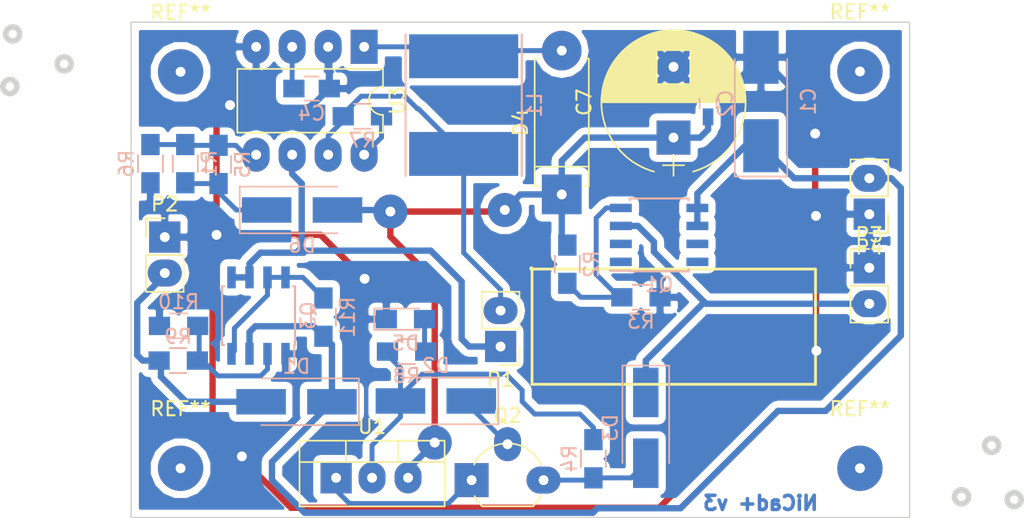
<source format=kicad_pcb>
(kicad_pcb (version 4) (host pcbnew 4.0.4-stable)

  (general
    (links 58)
    (no_connects 0)
    (area 75.139957 81.4144 142.296743 120.3864)
    (thickness 1.6)
    (drawings 17)
    (tracks 232)
    (zones 0)
    (modules 35)
    (nets 21)
  )

  (page A4)
  (layers
    (0 F.Cu signal)
    (31 B.Cu signal)
    (32 B.Adhes user)
    (33 F.Adhes user)
    (34 B.Paste user)
    (35 F.Paste user)
    (36 B.SilkS user)
    (37 F.SilkS user)
    (38 B.Mask user)
    (39 F.Mask user)
    (40 Dwgs.User user)
    (41 Cmts.User user)
    (42 Eco1.User user)
    (43 Eco2.User user)
    (44 Edge.Cuts user)
    (45 Margin user)
    (46 B.CrtYd user)
    (47 F.CrtYd user)
    (48 B.Fab user hide)
    (49 F.Fab user hide)
  )

  (setup
    (last_trace_width 0.35)
    (trace_clearance 0.2)
    (zone_clearance 0.5)
    (zone_45_only no)
    (trace_min 0.2)
    (segment_width 0.2)
    (edge_width 0.1)
    (via_size 2.4)
    (via_drill 0.7)
    (via_min_size 0.4)
    (via_min_drill 0.3)
    (uvia_size 0.3)
    (uvia_drill 0.1)
    (uvias_allowed no)
    (uvia_min_size 0.2)
    (uvia_min_drill 0.1)
    (pcb_text_width 0.3)
    (pcb_text_size 1.5 1.5)
    (mod_edge_width 0.15)
    (mod_text_size 1 1)
    (mod_text_width 0.15)
    (pad_size 2.4 1.9)
    (pad_drill 0.7)
    (pad_to_mask_clearance 0)
    (aux_axis_origin 0 0)
    (visible_elements 7FFCFFFF)
    (pcbplotparams
      (layerselection 0x00030_80000001)
      (usegerberextensions false)
      (excludeedgelayer true)
      (linewidth 0.050000)
      (plotframeref false)
      (viasonmask false)
      (mode 1)
      (useauxorigin false)
      (hpglpennumber 1)
      (hpglpenspeed 20)
      (hpglpendiameter 15)
      (hpglpenoverlay 2)
      (psnegative false)
      (psa4output false)
      (plotreference true)
      (plotvalue true)
      (plotinvisibletext false)
      (padsonsilk false)
      (subtractmaskfromsilk false)
      (outputformat 1)
      (mirror false)
      (drillshape 1)
      (scaleselection 1)
      (outputdirectory svg/))
  )

  (net 0 "")
  (net 1 /VOUT)
  (net 2 Earth)
  (net 3 /BOOST_OUT)
  (net 4 "Net-(C4-Pad1)")
  (net 5 /VCHARGE)
  (net 6 "Net-(D2-Pad1)")
  (net 7 "Net-(D2-Pad2)")
  (net 8 /VBAT)
  (net 9 "Net-(D3-Pad2)")
  (net 10 "Net-(D4-Pad2)")
  (net 11 "Net-(D5-Pad2)")
  (net 12 "Net-(D6-Pad1)")
  (net 13 "Net-(L1-Pad1)")
  (net 14 /BOOST_IN)
  (net 15 "Net-(Q1-Pad4)")
  (net 16 "Net-(Q2-Pad1)")
  (net 17 "Net-(Q3-Pad2)")
  (net 18 "Net-(Q3-Pad4)")
  (net 19 "Net-(R1-Pad2)")
  (net 20 "Net-(R7-Pad2)")

  (net_class Default "This is the default net class."
    (clearance 0.2)
    (trace_width 0.35)
    (via_dia 2.4)
    (via_drill 0.7)
    (uvia_dia 0.3)
    (uvia_drill 0.1)
    (add_net "Net-(C4-Pad1)")
    (add_net "Net-(D2-Pad1)")
    (add_net "Net-(D2-Pad2)")
    (add_net "Net-(D3-Pad2)")
    (add_net "Net-(D4-Pad2)")
    (add_net "Net-(D5-Pad2)")
    (add_net "Net-(D6-Pad1)")
    (add_net "Net-(L1-Pad1)")
    (add_net "Net-(Q1-Pad4)")
    (add_net "Net-(Q2-Pad1)")
    (add_net "Net-(Q3-Pad2)")
    (add_net "Net-(Q3-Pad4)")
    (add_net "Net-(R1-Pad2)")
    (add_net "Net-(R7-Pad2)")
  )

  (net_class PWR ""
    (clearance 0.25)
    (trace_width 0.45)
    (via_dia 2.4)
    (via_drill 0.7)
    (uvia_dia 0.3)
    (uvia_drill 0.1)
    (add_net /BOOST_IN)
    (add_net /BOOST_OUT)
    (add_net /VBAT)
    (add_net /VCHARGE)
    (add_net /VOUT)
    (add_net Earth)
  )

  (module Capacitors_Tantalum_SMD:CP_Tantalum_Case-U_EIA-6032-15_Hand (layer B.Cu) (tedit 58CC8C08) (tstamp 5A5D1486)
    (at 125.7046 88.7603 90)
    (descr "Tantalum capacitor, Case U, EIA 6032-15, 6.0x3.2x1.5mm, Hand soldering footprint")
    (tags "capacitor tantalum smd")
    (path /5A398985)
    (attr smd)
    (fp_text reference C1 (at 0 3.35 90) (layer B.SilkS)
      (effects (font (size 1 1) (thickness 0.15)) (justify mirror))
    )
    (fp_text value 100uF (at 0 -3.35 90) (layer B.Fab)
      (effects (font (size 1 1) (thickness 0.15)) (justify mirror))
    )
    (fp_text user %R (at 0 0 90) (layer B.Fab)
      (effects (font (size 1 1) (thickness 0.15)) (justify mirror))
    )
    (fp_line (start -5.4 2) (end -5.4 -2) (layer B.CrtYd) (width 0.05))
    (fp_line (start -5.4 -2) (end 5.4 -2) (layer B.CrtYd) (width 0.05))
    (fp_line (start 5.4 -2) (end 5.4 2) (layer B.CrtYd) (width 0.05))
    (fp_line (start 5.4 2) (end -5.4 2) (layer B.CrtYd) (width 0.05))
    (fp_line (start -3 1.6) (end -3 -1.6) (layer B.Fab) (width 0.1))
    (fp_line (start -3 -1.6) (end 3 -1.6) (layer B.Fab) (width 0.1))
    (fp_line (start 3 -1.6) (end 3 1.6) (layer B.Fab) (width 0.1))
    (fp_line (start 3 1.6) (end -3 1.6) (layer B.Fab) (width 0.1))
    (fp_line (start -2.4 1.6) (end -2.4 -1.6) (layer B.Fab) (width 0.1))
    (fp_line (start -2.1 1.6) (end -2.1 -1.6) (layer B.Fab) (width 0.1))
    (fp_line (start -5.3 1.85) (end 3 1.85) (layer B.SilkS) (width 0.12))
    (fp_line (start -5.3 -1.85) (end 3 -1.85) (layer B.SilkS) (width 0.12))
    (fp_line (start -5.3 1.85) (end -5.3 -1.85) (layer B.SilkS) (width 0.12))
    (pad 1 smd rect (at -3.125 0 90) (size 3.75 2.5) (layers B.Cu B.Paste B.Mask)
      (net 1 /VOUT))
    (pad 2 smd rect (at 3.125 0 90) (size 3.75 2.5) (layers B.Cu B.Paste B.Mask)
      (net 2 Earth))
    (model Capacitors_Tantalum_SMD.3dshapes/CP_Tantalum_Case-U_EIA-6032-15.wrl
      (at (xyz 0 0 0))
      (scale (xyz 1 1 1))
      (rotate (xyz 0 0 0))
    )
  )

  (module Capacitors_SMD:C_0603_HandSoldering (layer B.Cu) (tedit 58AA848B) (tstamp 5A5D1497)
    (at 121.9708 88.9 90)
    (descr "Capacitor SMD 0603, hand soldering")
    (tags "capacitor 0603")
    (path /5A3989D0)
    (attr smd)
    (fp_text reference C2 (at 0 1.25 90) (layer B.SilkS)
      (effects (font (size 1 1) (thickness 0.15)) (justify mirror))
    )
    (fp_text value 100nF (at 0 -1.5 90) (layer B.Fab)
      (effects (font (size 1 1) (thickness 0.15)) (justify mirror))
    )
    (fp_text user %R (at 0 1.25 90) (layer B.Fab)
      (effects (font (size 1 1) (thickness 0.15)) (justify mirror))
    )
    (fp_line (start -0.8 -0.4) (end -0.8 0.4) (layer B.Fab) (width 0.1))
    (fp_line (start 0.8 -0.4) (end -0.8 -0.4) (layer B.Fab) (width 0.1))
    (fp_line (start 0.8 0.4) (end 0.8 -0.4) (layer B.Fab) (width 0.1))
    (fp_line (start -0.8 0.4) (end 0.8 0.4) (layer B.Fab) (width 0.1))
    (fp_line (start -0.35 0.6) (end 0.35 0.6) (layer B.SilkS) (width 0.12))
    (fp_line (start 0.35 -0.6) (end -0.35 -0.6) (layer B.SilkS) (width 0.12))
    (fp_line (start -1.8 0.65) (end 1.8 0.65) (layer B.CrtYd) (width 0.05))
    (fp_line (start -1.8 0.65) (end -1.8 -0.65) (layer B.CrtYd) (width 0.05))
    (fp_line (start 1.8 -0.65) (end 1.8 0.65) (layer B.CrtYd) (width 0.05))
    (fp_line (start 1.8 -0.65) (end -1.8 -0.65) (layer B.CrtYd) (width 0.05))
    (pad 1 smd rect (at -0.95 0 90) (size 1.2 0.75) (layers B.Cu B.Paste B.Mask)
      (net 3 /BOOST_OUT))
    (pad 2 smd rect (at 0.95 0 90) (size 1.2 0.75) (layers B.Cu B.Paste B.Mask)
      (net 2 Earth))
    (model Capacitors_SMD.3dshapes/C_0603.wrl
      (at (xyz 0 0 0))
      (scale (xyz 1 1 1))
      (rotate (xyz 0 0 0))
    )
  )

  (module Capacitors_SMD:C_0805_HandSoldering (layer B.Cu) (tedit 58AA84A8) (tstamp 5A5D14A8)
    (at 93.9927 87.8459)
    (descr "Capacitor SMD 0805, hand soldering")
    (tags "capacitor 0805")
    (path /5A3DB338)
    (attr smd)
    (fp_text reference C4 (at 0 1.75) (layer B.SilkS)
      (effects (font (size 1 1) (thickness 0.15)) (justify mirror))
    )
    (fp_text value 700pF (at 0 -1.75) (layer B.Fab)
      (effects (font (size 1 1) (thickness 0.15)) (justify mirror))
    )
    (fp_text user %R (at 0 1.75) (layer B.Fab)
      (effects (font (size 1 1) (thickness 0.15)) (justify mirror))
    )
    (fp_line (start -1 -0.62) (end -1 0.62) (layer B.Fab) (width 0.1))
    (fp_line (start 1 -0.62) (end -1 -0.62) (layer B.Fab) (width 0.1))
    (fp_line (start 1 0.62) (end 1 -0.62) (layer B.Fab) (width 0.1))
    (fp_line (start -1 0.62) (end 1 0.62) (layer B.Fab) (width 0.1))
    (fp_line (start 0.5 0.85) (end -0.5 0.85) (layer B.SilkS) (width 0.12))
    (fp_line (start -0.5 -0.85) (end 0.5 -0.85) (layer B.SilkS) (width 0.12))
    (fp_line (start -2.25 0.88) (end 2.25 0.88) (layer B.CrtYd) (width 0.05))
    (fp_line (start -2.25 0.88) (end -2.25 -0.87) (layer B.CrtYd) (width 0.05))
    (fp_line (start 2.25 -0.87) (end 2.25 0.88) (layer B.CrtYd) (width 0.05))
    (fp_line (start 2.25 -0.87) (end -2.25 -0.87) (layer B.CrtYd) (width 0.05))
    (pad 1 smd rect (at -1.25 0) (size 1.5 1.25) (layers B.Cu B.Paste B.Mask)
      (net 4 "Net-(C4-Pad1)"))
    (pad 2 smd rect (at 1.25 0) (size 1.5 1.25) (layers B.Cu B.Paste B.Mask)
      (net 2 Earth))
    (model Capacitors_SMD.3dshapes/C_0805.wrl
      (at (xyz 0 0 0))
      (scale (xyz 1 1 1))
      (rotate (xyz 0 0 0))
    )
  )

  (module Capacitors_ThroughHole:CP_Radial_D10.0mm_P5.00mm (layer F.Cu) (tedit 5A5D2BC8) (tstamp 5A5D1576)
    (at 119.5324 91.313 90)
    (descr "CP, Radial series, Radial, pin pitch=5.00mm, , diameter=10mm, Electrolytic Capacitor")
    (tags "CP Radial series Radial pin pitch 5.00mm  diameter 10mm Electrolytic Capacitor")
    (path /5A3DD147)
    (fp_text reference C7 (at 2.5 -6.31 90) (layer F.SilkS)
      (effects (font (size 1 1) (thickness 0.15)))
    )
    (fp_text value 1000uF (at 2.5 6.31 90) (layer F.Fab)
      (effects (font (size 1 1) (thickness 0.15)))
    )
    (fp_arc (start 2.5 0) (end -2.399357 -1.38) (angle 148.5) (layer F.SilkS) (width 0.12))
    (fp_arc (start 2.5 0) (end -2.399357 1.38) (angle -148.5) (layer F.SilkS) (width 0.12))
    (fp_arc (start 2.5 0) (end 7.399357 -1.38) (angle 31.5) (layer F.SilkS) (width 0.12))
    (fp_circle (center 2.5 0) (end 7.5 0) (layer F.Fab) (width 0.1))
    (fp_line (start -2.7 0) (end -1.2 0) (layer F.Fab) (width 0.1))
    (fp_line (start -1.95 -0.75) (end -1.95 0.75) (layer F.Fab) (width 0.1))
    (fp_line (start 2.5 -5.05) (end 2.5 5.05) (layer F.SilkS) (width 0.12))
    (fp_line (start 2.54 -5.05) (end 2.54 5.05) (layer F.SilkS) (width 0.12))
    (fp_line (start 2.58 -5.05) (end 2.58 5.05) (layer F.SilkS) (width 0.12))
    (fp_line (start 2.62 -5.049) (end 2.62 5.049) (layer F.SilkS) (width 0.12))
    (fp_line (start 2.66 -5.048) (end 2.66 5.048) (layer F.SilkS) (width 0.12))
    (fp_line (start 2.7 -5.047) (end 2.7 5.047) (layer F.SilkS) (width 0.12))
    (fp_line (start 2.74 -5.045) (end 2.74 5.045) (layer F.SilkS) (width 0.12))
    (fp_line (start 2.78 -5.043) (end 2.78 5.043) (layer F.SilkS) (width 0.12))
    (fp_line (start 2.82 -5.04) (end 2.82 5.04) (layer F.SilkS) (width 0.12))
    (fp_line (start 2.86 -5.038) (end 2.86 5.038) (layer F.SilkS) (width 0.12))
    (fp_line (start 2.9 -5.035) (end 2.9 5.035) (layer F.SilkS) (width 0.12))
    (fp_line (start 2.94 -5.031) (end 2.94 5.031) (layer F.SilkS) (width 0.12))
    (fp_line (start 2.98 -5.028) (end 2.98 5.028) (layer F.SilkS) (width 0.12))
    (fp_line (start 3.02 -5.024) (end 3.02 5.024) (layer F.SilkS) (width 0.12))
    (fp_line (start 3.06 -5.02) (end 3.06 5.02) (layer F.SilkS) (width 0.12))
    (fp_line (start 3.1 -5.015) (end 3.1 5.015) (layer F.SilkS) (width 0.12))
    (fp_line (start 3.14 -5.01) (end 3.14 5.01) (layer F.SilkS) (width 0.12))
    (fp_line (start 3.18 -5.005) (end 3.18 5.005) (layer F.SilkS) (width 0.12))
    (fp_line (start 3.221 -4.999) (end 3.221 4.999) (layer F.SilkS) (width 0.12))
    (fp_line (start 3.261 -4.993) (end 3.261 4.993) (layer F.SilkS) (width 0.12))
    (fp_line (start 3.301 -4.987) (end 3.301 4.987) (layer F.SilkS) (width 0.12))
    (fp_line (start 3.341 -4.981) (end 3.341 4.981) (layer F.SilkS) (width 0.12))
    (fp_line (start 3.381 -4.974) (end 3.381 4.974) (layer F.SilkS) (width 0.12))
    (fp_line (start 3.421 -4.967) (end 3.421 4.967) (layer F.SilkS) (width 0.12))
    (fp_line (start 3.461 -4.959) (end 3.461 4.959) (layer F.SilkS) (width 0.12))
    (fp_line (start 3.501 -4.951) (end 3.501 4.951) (layer F.SilkS) (width 0.12))
    (fp_line (start 3.541 -4.943) (end 3.541 4.943) (layer F.SilkS) (width 0.12))
    (fp_line (start 3.581 -4.935) (end 3.581 4.935) (layer F.SilkS) (width 0.12))
    (fp_line (start 3.621 -4.926) (end 3.621 4.926) (layer F.SilkS) (width 0.12))
    (fp_line (start 3.661 -4.917) (end 3.661 4.917) (layer F.SilkS) (width 0.12))
    (fp_line (start 3.701 -4.907) (end 3.701 4.907) (layer F.SilkS) (width 0.12))
    (fp_line (start 3.741 -4.897) (end 3.741 4.897) (layer F.SilkS) (width 0.12))
    (fp_line (start 3.781 -4.887) (end 3.781 4.887) (layer F.SilkS) (width 0.12))
    (fp_line (start 3.821 -4.876) (end 3.821 -1.181) (layer F.SilkS) (width 0.12))
    (fp_line (start 3.821 1.181) (end 3.821 4.876) (layer F.SilkS) (width 0.12))
    (fp_line (start 3.861 -4.865) (end 3.861 -1.181) (layer F.SilkS) (width 0.12))
    (fp_line (start 3.861 1.181) (end 3.861 4.865) (layer F.SilkS) (width 0.12))
    (fp_line (start 3.901 -4.854) (end 3.901 -1.181) (layer F.SilkS) (width 0.12))
    (fp_line (start 3.901 1.181) (end 3.901 4.854) (layer F.SilkS) (width 0.12))
    (fp_line (start 3.941 -4.843) (end 3.941 -1.181) (layer F.SilkS) (width 0.12))
    (fp_line (start 3.941 1.181) (end 3.941 4.843) (layer F.SilkS) (width 0.12))
    (fp_line (start 3.981 -4.831) (end 3.981 -1.181) (layer F.SilkS) (width 0.12))
    (fp_line (start 3.981 1.181) (end 3.981 4.831) (layer F.SilkS) (width 0.12))
    (fp_line (start 4.021 -4.818) (end 4.021 -1.181) (layer F.SilkS) (width 0.12))
    (fp_line (start 4.021 1.181) (end 4.021 4.818) (layer F.SilkS) (width 0.12))
    (fp_line (start 4.061 -4.806) (end 4.061 -1.181) (layer F.SilkS) (width 0.12))
    (fp_line (start 4.061 1.181) (end 4.061 4.806) (layer F.SilkS) (width 0.12))
    (fp_line (start 4.101 -4.792) (end 4.101 -1.181) (layer F.SilkS) (width 0.12))
    (fp_line (start 4.101 1.181) (end 4.101 4.792) (layer F.SilkS) (width 0.12))
    (fp_line (start 4.141 -4.779) (end 4.141 -1.181) (layer F.SilkS) (width 0.12))
    (fp_line (start 4.141 1.181) (end 4.141 4.779) (layer F.SilkS) (width 0.12))
    (fp_line (start 4.181 -4.765) (end 4.181 -1.181) (layer F.SilkS) (width 0.12))
    (fp_line (start 4.181 1.181) (end 4.181 4.765) (layer F.SilkS) (width 0.12))
    (fp_line (start 4.221 -4.751) (end 4.221 -1.181) (layer F.SilkS) (width 0.12))
    (fp_line (start 4.221 1.181) (end 4.221 4.751) (layer F.SilkS) (width 0.12))
    (fp_line (start 4.261 -4.737) (end 4.261 -1.181) (layer F.SilkS) (width 0.12))
    (fp_line (start 4.261 1.181) (end 4.261 4.737) (layer F.SilkS) (width 0.12))
    (fp_line (start 4.301 -4.722) (end 4.301 -1.181) (layer F.SilkS) (width 0.12))
    (fp_line (start 4.301 1.181) (end 4.301 4.722) (layer F.SilkS) (width 0.12))
    (fp_line (start 4.341 -4.706) (end 4.341 -1.181) (layer F.SilkS) (width 0.12))
    (fp_line (start 4.341 1.181) (end 4.341 4.706) (layer F.SilkS) (width 0.12))
    (fp_line (start 4.381 -4.691) (end 4.381 -1.181) (layer F.SilkS) (width 0.12))
    (fp_line (start 4.381 1.181) (end 4.381 4.691) (layer F.SilkS) (width 0.12))
    (fp_line (start 4.421 -4.674) (end 4.421 -1.181) (layer F.SilkS) (width 0.12))
    (fp_line (start 4.421 1.181) (end 4.421 4.674) (layer F.SilkS) (width 0.12))
    (fp_line (start 4.461 -4.658) (end 4.461 -1.181) (layer F.SilkS) (width 0.12))
    (fp_line (start 4.461 1.181) (end 4.461 4.658) (layer F.SilkS) (width 0.12))
    (fp_line (start 4.501 -4.641) (end 4.501 -1.181) (layer F.SilkS) (width 0.12))
    (fp_line (start 4.501 1.181) (end 4.501 4.641) (layer F.SilkS) (width 0.12))
    (fp_line (start 4.541 -4.624) (end 4.541 -1.181) (layer F.SilkS) (width 0.12))
    (fp_line (start 4.541 1.181) (end 4.541 4.624) (layer F.SilkS) (width 0.12))
    (fp_line (start 4.581 -4.606) (end 4.581 -1.181) (layer F.SilkS) (width 0.12))
    (fp_line (start 4.581 1.181) (end 4.581 4.606) (layer F.SilkS) (width 0.12))
    (fp_line (start 4.621 -4.588) (end 4.621 -1.181) (layer F.SilkS) (width 0.12))
    (fp_line (start 4.621 1.181) (end 4.621 4.588) (layer F.SilkS) (width 0.12))
    (fp_line (start 4.661 -4.569) (end 4.661 -1.181) (layer F.SilkS) (width 0.12))
    (fp_line (start 4.661 1.181) (end 4.661 4.569) (layer F.SilkS) (width 0.12))
    (fp_line (start 4.701 -4.55) (end 4.701 -1.181) (layer F.SilkS) (width 0.12))
    (fp_line (start 4.701 1.181) (end 4.701 4.55) (layer F.SilkS) (width 0.12))
    (fp_line (start 4.741 -4.531) (end 4.741 -1.181) (layer F.SilkS) (width 0.12))
    (fp_line (start 4.741 1.181) (end 4.741 4.531) (layer F.SilkS) (width 0.12))
    (fp_line (start 4.781 -4.511) (end 4.781 -1.181) (layer F.SilkS) (width 0.12))
    (fp_line (start 4.781 1.181) (end 4.781 4.511) (layer F.SilkS) (width 0.12))
    (fp_line (start 4.821 -4.491) (end 4.821 -1.181) (layer F.SilkS) (width 0.12))
    (fp_line (start 4.821 1.181) (end 4.821 4.491) (layer F.SilkS) (width 0.12))
    (fp_line (start 4.861 -4.47) (end 4.861 -1.181) (layer F.SilkS) (width 0.12))
    (fp_line (start 4.861 1.181) (end 4.861 4.47) (layer F.SilkS) (width 0.12))
    (fp_line (start 4.901 -4.449) (end 4.901 -1.181) (layer F.SilkS) (width 0.12))
    (fp_line (start 4.901 1.181) (end 4.901 4.449) (layer F.SilkS) (width 0.12))
    (fp_line (start 4.941 -4.428) (end 4.941 -1.181) (layer F.SilkS) (width 0.12))
    (fp_line (start 4.941 1.181) (end 4.941 4.428) (layer F.SilkS) (width 0.12))
    (fp_line (start 4.981 -4.405) (end 4.981 -1.181) (layer F.SilkS) (width 0.12))
    (fp_line (start 4.981 1.181) (end 4.981 4.405) (layer F.SilkS) (width 0.12))
    (fp_line (start 5.021 -4.383) (end 5.021 -1.181) (layer F.SilkS) (width 0.12))
    (fp_line (start 5.021 1.181) (end 5.021 4.383) (layer F.SilkS) (width 0.12))
    (fp_line (start 5.061 -4.36) (end 5.061 -1.181) (layer F.SilkS) (width 0.12))
    (fp_line (start 5.061 1.181) (end 5.061 4.36) (layer F.SilkS) (width 0.12))
    (fp_line (start 5.101 -4.336) (end 5.101 -1.181) (layer F.SilkS) (width 0.12))
    (fp_line (start 5.101 1.181) (end 5.101 4.336) (layer F.SilkS) (width 0.12))
    (fp_line (start 5.141 -4.312) (end 5.141 -1.181) (layer F.SilkS) (width 0.12))
    (fp_line (start 5.141 1.181) (end 5.141 4.312) (layer F.SilkS) (width 0.12))
    (fp_line (start 5.181 -4.288) (end 5.181 -1.181) (layer F.SilkS) (width 0.12))
    (fp_line (start 5.181 1.181) (end 5.181 4.288) (layer F.SilkS) (width 0.12))
    (fp_line (start 5.221 -4.263) (end 5.221 -1.181) (layer F.SilkS) (width 0.12))
    (fp_line (start 5.221 1.181) (end 5.221 4.263) (layer F.SilkS) (width 0.12))
    (fp_line (start 5.261 -4.237) (end 5.261 -1.181) (layer F.SilkS) (width 0.12))
    (fp_line (start 5.261 1.181) (end 5.261 4.237) (layer F.SilkS) (width 0.12))
    (fp_line (start 5.301 -4.211) (end 5.301 -1.181) (layer F.SilkS) (width 0.12))
    (fp_line (start 5.301 1.181) (end 5.301 4.211) (layer F.SilkS) (width 0.12))
    (fp_line (start 5.341 -4.185) (end 5.341 -1.181) (layer F.SilkS) (width 0.12))
    (fp_line (start 5.341 1.181) (end 5.341 4.185) (layer F.SilkS) (width 0.12))
    (fp_line (start 5.381 -4.157) (end 5.381 -1.181) (layer F.SilkS) (width 0.12))
    (fp_line (start 5.381 1.181) (end 5.381 4.157) (layer F.SilkS) (width 0.12))
    (fp_line (start 5.421 -4.13) (end 5.421 -1.181) (layer F.SilkS) (width 0.12))
    (fp_line (start 5.421 1.181) (end 5.421 4.13) (layer F.SilkS) (width 0.12))
    (fp_line (start 5.461 -4.101) (end 5.461 -1.181) (layer F.SilkS) (width 0.12))
    (fp_line (start 5.461 1.181) (end 5.461 4.101) (layer F.SilkS) (width 0.12))
    (fp_line (start 5.501 -4.072) (end 5.501 -1.181) (layer F.SilkS) (width 0.12))
    (fp_line (start 5.501 1.181) (end 5.501 4.072) (layer F.SilkS) (width 0.12))
    (fp_line (start 5.541 -4.043) (end 5.541 -1.181) (layer F.SilkS) (width 0.12))
    (fp_line (start 5.541 1.181) (end 5.541 4.043) (layer F.SilkS) (width 0.12))
    (fp_line (start 5.581 -4.013) (end 5.581 -1.181) (layer F.SilkS) (width 0.12))
    (fp_line (start 5.581 1.181) (end 5.581 4.013) (layer F.SilkS) (width 0.12))
    (fp_line (start 5.621 -3.982) (end 5.621 -1.181) (layer F.SilkS) (width 0.12))
    (fp_line (start 5.621 1.181) (end 5.621 3.982) (layer F.SilkS) (width 0.12))
    (fp_line (start 5.661 -3.951) (end 5.661 -1.181) (layer F.SilkS) (width 0.12))
    (fp_line (start 5.661 1.181) (end 5.661 3.951) (layer F.SilkS) (width 0.12))
    (fp_line (start 5.701 -3.919) (end 5.701 -1.181) (layer F.SilkS) (width 0.12))
    (fp_line (start 5.701 1.181) (end 5.701 3.919) (layer F.SilkS) (width 0.12))
    (fp_line (start 5.741 -3.886) (end 5.741 -1.181) (layer F.SilkS) (width 0.12))
    (fp_line (start 5.741 1.181) (end 5.741 3.886) (layer F.SilkS) (width 0.12))
    (fp_line (start 5.781 -3.853) (end 5.781 -1.181) (layer F.SilkS) (width 0.12))
    (fp_line (start 5.781 1.181) (end 5.781 3.853) (layer F.SilkS) (width 0.12))
    (fp_line (start 5.821 -3.819) (end 5.821 -1.181) (layer F.SilkS) (width 0.12))
    (fp_line (start 5.821 1.181) (end 5.821 3.819) (layer F.SilkS) (width 0.12))
    (fp_line (start 5.861 -3.784) (end 5.861 -1.181) (layer F.SilkS) (width 0.12))
    (fp_line (start 5.861 1.181) (end 5.861 3.784) (layer F.SilkS) (width 0.12))
    (fp_line (start 5.901 -3.748) (end 5.901 -1.181) (layer F.SilkS) (width 0.12))
    (fp_line (start 5.901 1.181) (end 5.901 3.748) (layer F.SilkS) (width 0.12))
    (fp_line (start 5.941 -3.712) (end 5.941 -1.181) (layer F.SilkS) (width 0.12))
    (fp_line (start 5.941 1.181) (end 5.941 3.712) (layer F.SilkS) (width 0.12))
    (fp_line (start 5.981 -3.675) (end 5.981 -1.181) (layer F.SilkS) (width 0.12))
    (fp_line (start 5.981 1.181) (end 5.981 3.675) (layer F.SilkS) (width 0.12))
    (fp_line (start 6.021 -3.637) (end 6.021 -1.181) (layer F.SilkS) (width 0.12))
    (fp_line (start 6.021 1.181) (end 6.021 3.637) (layer F.SilkS) (width 0.12))
    (fp_line (start 6.061 -3.598) (end 6.061 -1.181) (layer F.SilkS) (width 0.12))
    (fp_line (start 6.061 1.181) (end 6.061 3.598) (layer F.SilkS) (width 0.12))
    (fp_line (start 6.101 -3.559) (end 6.101 -1.181) (layer F.SilkS) (width 0.12))
    (fp_line (start 6.101 1.181) (end 6.101 3.559) (layer F.SilkS) (width 0.12))
    (fp_line (start 6.141 -3.518) (end 6.141 -1.181) (layer F.SilkS) (width 0.12))
    (fp_line (start 6.141 1.181) (end 6.141 3.518) (layer F.SilkS) (width 0.12))
    (fp_line (start 6.181 -3.477) (end 6.181 3.477) (layer F.SilkS) (width 0.12))
    (fp_line (start 6.221 -3.435) (end 6.221 3.435) (layer F.SilkS) (width 0.12))
    (fp_line (start 6.261 -3.391) (end 6.261 3.391) (layer F.SilkS) (width 0.12))
    (fp_line (start 6.301 -3.347) (end 6.301 3.347) (layer F.SilkS) (width 0.12))
    (fp_line (start 6.341 -3.302) (end 6.341 3.302) (layer F.SilkS) (width 0.12))
    (fp_line (start 6.381 -3.255) (end 6.381 3.255) (layer F.SilkS) (width 0.12))
    (fp_line (start 6.421 -3.207) (end 6.421 3.207) (layer F.SilkS) (width 0.12))
    (fp_line (start 6.461 -3.158) (end 6.461 3.158) (layer F.SilkS) (width 0.12))
    (fp_line (start 6.501 -3.108) (end 6.501 3.108) (layer F.SilkS) (width 0.12))
    (fp_line (start 6.541 -3.057) (end 6.541 3.057) (layer F.SilkS) (width 0.12))
    (fp_line (start 6.581 -3.004) (end 6.581 3.004) (layer F.SilkS) (width 0.12))
    (fp_line (start 6.621 -2.949) (end 6.621 2.949) (layer F.SilkS) (width 0.12))
    (fp_line (start 6.661 -2.894) (end 6.661 2.894) (layer F.SilkS) (width 0.12))
    (fp_line (start 6.701 -2.836) (end 6.701 2.836) (layer F.SilkS) (width 0.12))
    (fp_line (start 6.741 -2.777) (end 6.741 2.777) (layer F.SilkS) (width 0.12))
    (fp_line (start 6.781 -2.715) (end 6.781 2.715) (layer F.SilkS) (width 0.12))
    (fp_line (start 6.821 -2.652) (end 6.821 2.652) (layer F.SilkS) (width 0.12))
    (fp_line (start 6.861 -2.587) (end 6.861 2.587) (layer F.SilkS) (width 0.12))
    (fp_line (start 6.901 -2.519) (end 6.901 2.519) (layer F.SilkS) (width 0.12))
    (fp_line (start 6.941 -2.449) (end 6.941 2.449) (layer F.SilkS) (width 0.12))
    (fp_line (start 6.981 -2.377) (end 6.981 2.377) (layer F.SilkS) (width 0.12))
    (fp_line (start 7.021 -2.301) (end 7.021 2.301) (layer F.SilkS) (width 0.12))
    (fp_line (start 7.061 -2.222) (end 7.061 2.222) (layer F.SilkS) (width 0.12))
    (fp_line (start 7.101 -2.14) (end 7.101 2.14) (layer F.SilkS) (width 0.12))
    (fp_line (start 7.141 -2.053) (end 7.141 2.053) (layer F.SilkS) (width 0.12))
    (fp_line (start 7.181 -1.962) (end 7.181 1.962) (layer F.SilkS) (width 0.12))
    (fp_line (start 7.221 -1.866) (end 7.221 1.866) (layer F.SilkS) (width 0.12))
    (fp_line (start 7.261 -1.763) (end 7.261 1.763) (layer F.SilkS) (width 0.12))
    (fp_line (start 7.301 -1.654) (end 7.301 1.654) (layer F.SilkS) (width 0.12))
    (fp_line (start 7.341 -1.536) (end 7.341 1.536) (layer F.SilkS) (width 0.12))
    (fp_line (start 7.381 -1.407) (end 7.381 1.407) (layer F.SilkS) (width 0.12))
    (fp_line (start 7.421 -1.265) (end 7.421 1.265) (layer F.SilkS) (width 0.12))
    (fp_line (start 7.461 -1.104) (end 7.461 1.104) (layer F.SilkS) (width 0.12))
    (fp_line (start 7.501 -0.913) (end 7.501 0.913) (layer F.SilkS) (width 0.12))
    (fp_line (start 7.541 -0.672) (end 7.541 0.672) (layer F.SilkS) (width 0.12))
    (fp_line (start 7.581 -0.279) (end 7.581 0.279) (layer F.SilkS) (width 0.12))
    (fp_line (start -2.7 0) (end -1.2 0) (layer F.SilkS) (width 0.12))
    (fp_line (start -1.95 -0.75) (end -1.95 0.75) (layer F.SilkS) (width 0.12))
    (fp_line (start -2.85 -5.35) (end -2.85 5.35) (layer F.CrtYd) (width 0.05))
    (fp_line (start -2.85 5.35) (end 7.85 5.35) (layer F.CrtYd) (width 0.05))
    (fp_line (start 7.85 5.35) (end 7.85 -5.35) (layer F.CrtYd) (width 0.05))
    (fp_line (start 7.85 -5.35) (end -2.85 -5.35) (layer F.CrtYd) (width 0.05))
    (fp_text user %R (at 2.5 0 90) (layer F.Fab)
      (effects (font (size 1 1) (thickness 0.15)))
    )
    (pad 1 thru_hole rect (at 0 0 90) (size 2.4 2.4) (drill 0.7) (layers *.Cu *.Mask)
      (net 3 /BOOST_OUT))
    (pad 2 thru_hole circle (at 5 0 90) (size 2.4 2.4) (drill 0.7) (layers *.Cu *.Mask)
      (net 2 Earth))
    (model ${KISYS3DMOD}/Capacitors_THT.3dshapes/CP_Radial_D10.0mm_P5.00mm.wrl
      (at (xyz 0 0 0))
      (scale (xyz 1 1 1))
      (rotate (xyz 0 0 0))
    )
  )

  (module Diodes_SMD:D_SMA_Handsoldering (layer B.Cu) (tedit 58643398) (tstamp 5A5D158E)
    (at 92.92844 109.97184 180)
    (descr "Diode SMA (DO-214AC) Handsoldering")
    (tags "Diode SMA (DO-214AC) Handsoldering")
    (path /5A3A0386)
    (attr smd)
    (fp_text reference D1 (at 0 2.5 180) (layer B.SilkS)
      (effects (font (size 1 1) (thickness 0.15)) (justify mirror))
    )
    (fp_text value RS1M (at 0 -2.6 180) (layer B.Fab)
      (effects (font (size 1 1) (thickness 0.15)) (justify mirror))
    )
    (fp_text user %R (at 0 2.5 180) (layer B.Fab)
      (effects (font (size 1 1) (thickness 0.15)) (justify mirror))
    )
    (fp_line (start -4.4 1.65) (end -4.4 -1.65) (layer B.SilkS) (width 0.12))
    (fp_line (start 2.3 -1.5) (end -2.3 -1.5) (layer B.Fab) (width 0.1))
    (fp_line (start -2.3 -1.5) (end -2.3 1.5) (layer B.Fab) (width 0.1))
    (fp_line (start 2.3 1.5) (end 2.3 -1.5) (layer B.Fab) (width 0.1))
    (fp_line (start 2.3 1.5) (end -2.3 1.5) (layer B.Fab) (width 0.1))
    (fp_line (start -4.5 1.75) (end 4.5 1.75) (layer B.CrtYd) (width 0.05))
    (fp_line (start 4.5 1.75) (end 4.5 -1.75) (layer B.CrtYd) (width 0.05))
    (fp_line (start 4.5 -1.75) (end -4.5 -1.75) (layer B.CrtYd) (width 0.05))
    (fp_line (start -4.5 -1.75) (end -4.5 1.75) (layer B.CrtYd) (width 0.05))
    (fp_line (start -0.64944 -0.00102) (end -1.55114 -0.00102) (layer B.Fab) (width 0.1))
    (fp_line (start 0.50118 -0.00102) (end 1.4994 -0.00102) (layer B.Fab) (width 0.1))
    (fp_line (start -0.64944 0.79908) (end -0.64944 -0.80112) (layer B.Fab) (width 0.1))
    (fp_line (start 0.50118 -0.75032) (end 0.50118 0.79908) (layer B.Fab) (width 0.1))
    (fp_line (start -0.64944 -0.00102) (end 0.50118 -0.75032) (layer B.Fab) (width 0.1))
    (fp_line (start -0.64944 -0.00102) (end 0.50118 0.79908) (layer B.Fab) (width 0.1))
    (fp_line (start -4.4 -1.65) (end 2.5 -1.65) (layer B.SilkS) (width 0.12))
    (fp_line (start -4.4 1.65) (end 2.5 1.65) (layer B.SilkS) (width 0.12))
    (pad 1 smd rect (at -2.5 0 180) (size 3.5 1.8) (layers B.Cu B.Paste B.Mask)
      (net 1 /VOUT))
    (pad 2 smd rect (at 2.5 0 180) (size 3.5 1.8) (layers B.Cu B.Paste B.Mask)
      (net 5 /VCHARGE))
    (model ${KISYS3DMOD}/Diodes_SMD.3dshapes/D_SMA.wrl
      (at (xyz 0 0 0))
      (scale (xyz 1 1 1))
      (rotate (xyz 0 0 0))
    )
  )

  (module Diodes_SMD:D_SMA_Handsoldering (layer B.Cu) (tedit 58643398) (tstamp 5A5D15A6)
    (at 102.76332 109.91596 180)
    (descr "Diode SMA (DO-214AC) Handsoldering")
    (tags "Diode SMA (DO-214AC) Handsoldering")
    (path /5A3980D7)
    (attr smd)
    (fp_text reference D2 (at 0 2.5 180) (layer B.SilkS)
      (effects (font (size 1 1) (thickness 0.15)) (justify mirror))
    )
    (fp_text value RS1M (at 0 -2.6 180) (layer B.Fab)
      (effects (font (size 1 1) (thickness 0.15)) (justify mirror))
    )
    (fp_text user %R (at 0 2.5 180) (layer B.Fab)
      (effects (font (size 1 1) (thickness 0.15)) (justify mirror))
    )
    (fp_line (start -4.4 1.65) (end -4.4 -1.65) (layer B.SilkS) (width 0.12))
    (fp_line (start 2.3 -1.5) (end -2.3 -1.5) (layer B.Fab) (width 0.1))
    (fp_line (start -2.3 -1.5) (end -2.3 1.5) (layer B.Fab) (width 0.1))
    (fp_line (start 2.3 1.5) (end 2.3 -1.5) (layer B.Fab) (width 0.1))
    (fp_line (start 2.3 1.5) (end -2.3 1.5) (layer B.Fab) (width 0.1))
    (fp_line (start -4.5 1.75) (end 4.5 1.75) (layer B.CrtYd) (width 0.05))
    (fp_line (start 4.5 1.75) (end 4.5 -1.75) (layer B.CrtYd) (width 0.05))
    (fp_line (start 4.5 -1.75) (end -4.5 -1.75) (layer B.CrtYd) (width 0.05))
    (fp_line (start -4.5 -1.75) (end -4.5 1.75) (layer B.CrtYd) (width 0.05))
    (fp_line (start -0.64944 -0.00102) (end -1.55114 -0.00102) (layer B.Fab) (width 0.1))
    (fp_line (start 0.50118 -0.00102) (end 1.4994 -0.00102) (layer B.Fab) (width 0.1))
    (fp_line (start -0.64944 0.79908) (end -0.64944 -0.80112) (layer B.Fab) (width 0.1))
    (fp_line (start 0.50118 -0.75032) (end 0.50118 0.79908) (layer B.Fab) (width 0.1))
    (fp_line (start -0.64944 -0.00102) (end 0.50118 -0.75032) (layer B.Fab) (width 0.1))
    (fp_line (start -0.64944 -0.00102) (end 0.50118 0.79908) (layer B.Fab) (width 0.1))
    (fp_line (start -4.4 -1.65) (end 2.5 -1.65) (layer B.SilkS) (width 0.12))
    (fp_line (start -4.4 1.65) (end 2.5 1.65) (layer B.SilkS) (width 0.12))
    (pad 1 smd rect (at -2.5 0 180) (size 3.5 1.8) (layers B.Cu B.Paste B.Mask)
      (net 6 "Net-(D2-Pad1)"))
    (pad 2 smd rect (at 2.5 0 180) (size 3.5 1.8) (layers B.Cu B.Paste B.Mask)
      (net 7 "Net-(D2-Pad2)"))
    (model ${KISYS3DMOD}/Diodes_SMD.3dshapes/D_SMA.wrl
      (at (xyz 0 0 0))
      (scale (xyz 1 1 1))
      (rotate (xyz 0 0 0))
    )
  )

  (module Diodes_SMD:D_SMA_Handsoldering (layer B.Cu) (tedit 58643398) (tstamp 5A5D15BE)
    (at 117.5766 111.8108 270)
    (descr "Diode SMA (DO-214AC) Handsoldering")
    (tags "Diode SMA (DO-214AC) Handsoldering")
    (path /5A39808A)
    (attr smd)
    (fp_text reference D3 (at 0 2.5 270) (layer B.SilkS)
      (effects (font (size 1 1) (thickness 0.15)) (justify mirror))
    )
    (fp_text value RS1M (at 0 -2.6 270) (layer B.Fab)
      (effects (font (size 1 1) (thickness 0.15)) (justify mirror))
    )
    (fp_text user %R (at 0 2.5 270) (layer B.Fab)
      (effects (font (size 1 1) (thickness 0.15)) (justify mirror))
    )
    (fp_line (start -4.4 1.65) (end -4.4 -1.65) (layer B.SilkS) (width 0.12))
    (fp_line (start 2.3 -1.5) (end -2.3 -1.5) (layer B.Fab) (width 0.1))
    (fp_line (start -2.3 -1.5) (end -2.3 1.5) (layer B.Fab) (width 0.1))
    (fp_line (start 2.3 1.5) (end 2.3 -1.5) (layer B.Fab) (width 0.1))
    (fp_line (start 2.3 1.5) (end -2.3 1.5) (layer B.Fab) (width 0.1))
    (fp_line (start -4.5 1.75) (end 4.5 1.75) (layer B.CrtYd) (width 0.05))
    (fp_line (start 4.5 1.75) (end 4.5 -1.75) (layer B.CrtYd) (width 0.05))
    (fp_line (start 4.5 -1.75) (end -4.5 -1.75) (layer B.CrtYd) (width 0.05))
    (fp_line (start -4.5 -1.75) (end -4.5 1.75) (layer B.CrtYd) (width 0.05))
    (fp_line (start -0.64944 -0.00102) (end -1.55114 -0.00102) (layer B.Fab) (width 0.1))
    (fp_line (start 0.50118 -0.00102) (end 1.4994 -0.00102) (layer B.Fab) (width 0.1))
    (fp_line (start -0.64944 0.79908) (end -0.64944 -0.80112) (layer B.Fab) (width 0.1))
    (fp_line (start 0.50118 -0.75032) (end 0.50118 0.79908) (layer B.Fab) (width 0.1))
    (fp_line (start -0.64944 -0.00102) (end 0.50118 -0.75032) (layer B.Fab) (width 0.1))
    (fp_line (start -0.64944 -0.00102) (end 0.50118 0.79908) (layer B.Fab) (width 0.1))
    (fp_line (start -4.4 -1.65) (end 2.5 -1.65) (layer B.SilkS) (width 0.12))
    (fp_line (start -4.4 1.65) (end 2.5 1.65) (layer B.SilkS) (width 0.12))
    (pad 1 smd rect (at -2.5 0 270) (size 3.5 1.8) (layers B.Cu B.Paste B.Mask)
      (net 8 /VBAT))
    (pad 2 smd rect (at 2.5 0 270) (size 3.5 1.8) (layers B.Cu B.Paste B.Mask)
      (net 9 "Net-(D3-Pad2)"))
    (model ${KISYS3DMOD}/Diodes_SMD.3dshapes/D_SMA.wrl
      (at (xyz 0 0 0))
      (scale (xyz 1 1 1))
      (rotate (xyz 0 0 0))
    )
  )

  (module Diodes_ThroughHole:D_5W_P10.16mm_Horizontal (layer F.Cu) (tedit 5A5D2BEB) (tstamp 5A5D15D7)
    (at 111.6457 95.3262 90)
    (descr "D, 5W series, Axial, Horizontal, pin pitch=10.16mm, , length*diameter=8.9*3.7mm^2, , http://www.diodes.com/_files/packages/8686949.gif")
    (tags "D 5W series Axial Horizontal pin pitch 10.16mm  length 8.9mm diameter 3.7mm")
    (path /5A3DD0D4)
    (fp_text reference D4 (at 5.08 -2.91 90) (layer F.SilkS)
      (effects (font (size 1 1) (thickness 0.15)))
    )
    (fp_text value 1N5819 (at 5.08 2.91 90) (layer F.Fab)
      (effects (font (size 1 1) (thickness 0.15)))
    )
    (fp_text user %R (at 5.08 0 90) (layer F.Fab)
      (effects (font (size 1 1) (thickness 0.15)))
    )
    (fp_line (start 0.63 -1.85) (end 0.63 1.85) (layer F.Fab) (width 0.1))
    (fp_line (start 0.63 1.85) (end 9.53 1.85) (layer F.Fab) (width 0.1))
    (fp_line (start 9.53 1.85) (end 9.53 -1.85) (layer F.Fab) (width 0.1))
    (fp_line (start 9.53 -1.85) (end 0.63 -1.85) (layer F.Fab) (width 0.1))
    (fp_line (start 0 0) (end 0.63 0) (layer F.Fab) (width 0.1))
    (fp_line (start 10.16 0) (end 9.53 0) (layer F.Fab) (width 0.1))
    (fp_line (start 1.965 -1.85) (end 1.965 1.85) (layer F.Fab) (width 0.1))
    (fp_line (start 0.57 -1.58) (end 0.57 -1.91) (layer F.SilkS) (width 0.12))
    (fp_line (start 0.57 -1.91) (end 9.59 -1.91) (layer F.SilkS) (width 0.12))
    (fp_line (start 9.59 -1.91) (end 9.59 -1.58) (layer F.SilkS) (width 0.12))
    (fp_line (start 0.57 1.58) (end 0.57 1.91) (layer F.SilkS) (width 0.12))
    (fp_line (start 0.57 1.91) (end 9.59 1.91) (layer F.SilkS) (width 0.12))
    (fp_line (start 9.59 1.91) (end 9.59 1.58) (layer F.SilkS) (width 0.12))
    (fp_line (start 1.965 -1.91) (end 1.965 1.91) (layer F.SilkS) (width 0.12))
    (fp_line (start -1.65 -2.2) (end -1.65 2.2) (layer F.CrtYd) (width 0.05))
    (fp_line (start -1.65 2.2) (end 11.85 2.2) (layer F.CrtYd) (width 0.05))
    (fp_line (start 11.85 2.2) (end 11.85 -2.2) (layer F.CrtYd) (width 0.05))
    (fp_line (start 11.85 -2.2) (end -1.65 -2.2) (layer F.CrtYd) (width 0.05))
    (pad 1 thru_hole rect (at 0 0 90) (size 2.8 2.8) (drill 0.7) (layers *.Cu *.Mask)
      (net 3 /BOOST_OUT))
    (pad 2 thru_hole oval (at 10.16 0 90) (size 2.8 2.8) (drill 0.7) (layers *.Cu *.Mask)
      (net 10 "Net-(D4-Pad2)"))
    (model ${KISYS3DMOD}/Diodes_THT.3dshapes/D_5W_P10.16mm_Horizontal.wrl
      (at (xyz 0 0 0))
      (scale (xyz 0.393701 0.393701 0.393701))
      (rotate (xyz 0 0 0))
    )
  )

  (module LEDs:LED_0805_HandSoldering (layer B.Cu) (tedit 595FCA25) (tstamp 5A5D15EC)
    (at 100.61448 104.13492)
    (descr "Resistor SMD 0805, hand soldering")
    (tags "resistor 0805")
    (path /5A40D484)
    (attr smd)
    (fp_text reference D5 (at 0 1.7) (layer B.SilkS)
      (effects (font (size 1 1) (thickness 0.15)) (justify mirror))
    )
    (fp_text value LED (at 0 -1.75) (layer B.Fab)
      (effects (font (size 1 1) (thickness 0.15)) (justify mirror))
    )
    (fp_line (start -0.4 0.4) (end -0.4 -0.4) (layer B.Fab) (width 0.1))
    (fp_line (start -0.4 0) (end 0.2 0.4) (layer B.Fab) (width 0.1))
    (fp_line (start 0.2 -0.4) (end -0.4 0) (layer B.Fab) (width 0.1))
    (fp_line (start 0.2 0.4) (end 0.2 -0.4) (layer B.Fab) (width 0.1))
    (fp_line (start -1 -0.62) (end -1 0.62) (layer B.Fab) (width 0.1))
    (fp_line (start 1 -0.62) (end -1 -0.62) (layer B.Fab) (width 0.1))
    (fp_line (start 1 0.62) (end 1 -0.62) (layer B.Fab) (width 0.1))
    (fp_line (start -1 0.62) (end 1 0.62) (layer B.Fab) (width 0.1))
    (fp_line (start 1 -0.75) (end -2.2 -0.75) (layer B.SilkS) (width 0.12))
    (fp_line (start -2.2 0.75) (end 1 0.75) (layer B.SilkS) (width 0.12))
    (fp_line (start -2.35 0.9) (end 2.35 0.9) (layer B.CrtYd) (width 0.05))
    (fp_line (start -2.35 0.9) (end -2.35 -0.9) (layer B.CrtYd) (width 0.05))
    (fp_line (start 2.35 -0.9) (end 2.35 0.9) (layer B.CrtYd) (width 0.05))
    (fp_line (start 2.35 -0.9) (end -2.35 -0.9) (layer B.CrtYd) (width 0.05))
    (fp_line (start -2.2 0.75) (end -2.2 -0.75) (layer B.SilkS) (width 0.12))
    (pad 1 smd rect (at -1.35 0) (size 1.5 1.3) (layers B.Cu B.Paste B.Mask)
      (net 2 Earth))
    (pad 2 smd rect (at 1.35 0) (size 1.5 1.3) (layers B.Cu B.Paste B.Mask)
      (net 11 "Net-(D5-Pad2)"))
    (model ${KISYS3DMOD}/LEDs.3dshapes/LED_0805.wrl
      (at (xyz 0 0 0))
      (scale (xyz 1 1 1))
      (rotate (xyz 0 0 0))
    )
  )

  (module Diodes_SMD:D_SMA_Handsoldering (layer B.Cu) (tedit 58643398) (tstamp 5A5D1604)
    (at 93.3196 96.42348)
    (descr "Diode SMA (DO-214AC) Handsoldering")
    (tags "Diode SMA (DO-214AC) Handsoldering")
    (path /5A4FF452)
    (attr smd)
    (fp_text reference D6 (at 0 2.5) (layer B.SilkS)
      (effects (font (size 1 1) (thickness 0.15)) (justify mirror))
    )
    (fp_text value RS1M (at 0 -2.6) (layer B.Fab)
      (effects (font (size 1 1) (thickness 0.15)) (justify mirror))
    )
    (fp_text user %R (at 0 2.5) (layer B.Fab)
      (effects (font (size 1 1) (thickness 0.15)) (justify mirror))
    )
    (fp_line (start -4.4 1.65) (end -4.4 -1.65) (layer B.SilkS) (width 0.12))
    (fp_line (start 2.3 -1.5) (end -2.3 -1.5) (layer B.Fab) (width 0.1))
    (fp_line (start -2.3 -1.5) (end -2.3 1.5) (layer B.Fab) (width 0.1))
    (fp_line (start 2.3 1.5) (end 2.3 -1.5) (layer B.Fab) (width 0.1))
    (fp_line (start 2.3 1.5) (end -2.3 1.5) (layer B.Fab) (width 0.1))
    (fp_line (start -4.5 1.75) (end 4.5 1.75) (layer B.CrtYd) (width 0.05))
    (fp_line (start 4.5 1.75) (end 4.5 -1.75) (layer B.CrtYd) (width 0.05))
    (fp_line (start 4.5 -1.75) (end -4.5 -1.75) (layer B.CrtYd) (width 0.05))
    (fp_line (start -4.5 -1.75) (end -4.5 1.75) (layer B.CrtYd) (width 0.05))
    (fp_line (start -0.64944 -0.00102) (end -1.55114 -0.00102) (layer B.Fab) (width 0.1))
    (fp_line (start 0.50118 -0.00102) (end 1.4994 -0.00102) (layer B.Fab) (width 0.1))
    (fp_line (start -0.64944 0.79908) (end -0.64944 -0.80112) (layer B.Fab) (width 0.1))
    (fp_line (start 0.50118 -0.75032) (end 0.50118 0.79908) (layer B.Fab) (width 0.1))
    (fp_line (start -0.64944 -0.00102) (end 0.50118 -0.75032) (layer B.Fab) (width 0.1))
    (fp_line (start -0.64944 -0.00102) (end 0.50118 0.79908) (layer B.Fab) (width 0.1))
    (fp_line (start -4.4 -1.65) (end 2.5 -1.65) (layer B.SilkS) (width 0.12))
    (fp_line (start -4.4 1.65) (end 2.5 1.65) (layer B.SilkS) (width 0.12))
    (pad 1 smd rect (at -2.5 0) (size 3.5 1.8) (layers B.Cu B.Paste B.Mask)
      (net 12 "Net-(D6-Pad1)"))
    (pad 2 smd rect (at 2.5 0) (size 3.5 1.8) (layers B.Cu B.Paste B.Mask)
      (net 3 /BOOST_OUT))
    (model ${KISYS3DMOD}/Diodes_SMD.3dshapes/D_SMA.wrl
      (at (xyz 0 0 0))
      (scale (xyz 1 1 1))
      (rotate (xyz 0 0 0))
    )
  )

  (module Inductors:Inductor_Taiyo-Yuden_NR-80xx_HandSoldering (layer B.Cu) (tedit 574C3AE4) (tstamp 5A5D161C)
    (at 104.7242 89.0143 90)
    (descr "Inductor, Taiyo Yuden, NR series, Taiyo-Yuden_NR-80xx, 8.0mmx8.0mm")
    (tags "inductor taiyo-yuden nr smd")
    (path /5A40F2C5)
    (attr smd)
    (fp_text reference L1 (at 0 5 90) (layer B.SilkS)
      (effects (font (size 1 1) (thickness 0.15)) (justify mirror))
    )
    (fp_text value 221uH (at 0 -5.5 90) (layer B.Fab)
      (effects (font (size 1 1) (thickness 0.15)) (justify mirror))
    )
    (fp_line (start -4 0) (end -4 2.8) (layer B.Fab) (width 0.15))
    (fp_line (start -4 2.8) (end -2.8 4) (layer B.Fab) (width 0.15))
    (fp_line (start -2.8 4) (end 0 4) (layer B.Fab) (width 0.15))
    (fp_line (start 4 0) (end 4 2.8) (layer B.Fab) (width 0.15))
    (fp_line (start 4 2.8) (end 2.8 4) (layer B.Fab) (width 0.15))
    (fp_line (start 2.8 4) (end 0 4) (layer B.Fab) (width 0.15))
    (fp_line (start 4 0) (end 4 -2.8) (layer B.Fab) (width 0.15))
    (fp_line (start 4 -2.8) (end 2.8 -4) (layer B.Fab) (width 0.15))
    (fp_line (start 2.8 -4) (end 0 -4) (layer B.Fab) (width 0.15))
    (fp_line (start -4 0) (end -4 -2.8) (layer B.Fab) (width 0.15))
    (fp_line (start -4 -2.8) (end -2.8 -4) (layer B.Fab) (width 0.15))
    (fp_line (start -2.8 -4) (end 0 -4) (layer B.Fab) (width 0.15))
    (fp_line (start -5 4.1) (end 5 4.1) (layer B.SilkS) (width 0.15))
    (fp_line (start -5 -4.1) (end 5 -4.1) (layer B.SilkS) (width 0.15))
    (fp_line (start -5.25 4.25) (end -5.25 -4.25) (layer B.CrtYd) (width 0.05))
    (fp_line (start -5.25 -4.25) (end 5.25 -4.25) (layer B.CrtYd) (width 0.05))
    (fp_line (start 5.25 -4.25) (end 5.25 4.25) (layer B.CrtYd) (width 0.05))
    (fp_line (start 5.25 4.25) (end -5.25 4.25) (layer B.CrtYd) (width 0.05))
    (pad 1 smd rect (at -3.45 0 90) (size 3.1 7.7) (layers B.Cu B.Paste B.Mask)
      (net 13 "Net-(L1-Pad1)"))
    (pad 2 smd rect (at 3.45 0 90) (size 3.1 7.7) (layers B.Cu B.Paste B.Mask)
      (net 10 "Net-(D4-Pad2)"))
    (model Inductors.3dshapes/Inductor_Taiyo-Yuden_NR-80xx.wrl
      (at (xyz 0 0 0))
      (scale (xyz 1 1 1))
      (rotate (xyz 0 0 0))
    )
  )

  (module Socket_Strips:Socket_Strip_Straight_1x02_Pitch2.54mm (layer F.Cu) (tedit 5A5D2CD0) (tstamp 5A5D1631)
    (at 107.33024 106.0704 180)
    (descr "Through hole straight socket strip, 1x02, 2.54mm pitch, single row")
    (tags "Through hole socket strip THT 1x02 2.54mm single row")
    (path /5A3D9BBF)
    (fp_text reference P1 (at 0 -2.33 180) (layer F.SilkS)
      (effects (font (size 1 1) (thickness 0.15)))
    )
    (fp_text value CONN_SENSE (at 0 4.87 180) (layer F.Fab)
      (effects (font (size 1 1) (thickness 0.15)))
    )
    (fp_line (start -1.27 -1.27) (end -1.27 3.81) (layer F.Fab) (width 0.1))
    (fp_line (start -1.27 3.81) (end 1.27 3.81) (layer F.Fab) (width 0.1))
    (fp_line (start 1.27 3.81) (end 1.27 -1.27) (layer F.Fab) (width 0.1))
    (fp_line (start 1.27 -1.27) (end -1.27 -1.27) (layer F.Fab) (width 0.1))
    (fp_line (start -1.33 1.27) (end -1.33 3.87) (layer F.SilkS) (width 0.12))
    (fp_line (start -1.33 3.87) (end 1.33 3.87) (layer F.SilkS) (width 0.12))
    (fp_line (start 1.33 3.87) (end 1.33 1.27) (layer F.SilkS) (width 0.12))
    (fp_line (start 1.33 1.27) (end -1.33 1.27) (layer F.SilkS) (width 0.12))
    (fp_line (start -1.33 0) (end -1.33 -1.33) (layer F.SilkS) (width 0.12))
    (fp_line (start -1.33 -1.33) (end 0 -1.33) (layer F.SilkS) (width 0.12))
    (fp_line (start -1.8 -1.8) (end -1.8 4.35) (layer F.CrtYd) (width 0.05))
    (fp_line (start -1.8 4.35) (end 1.8 4.35) (layer F.CrtYd) (width 0.05))
    (fp_line (start 1.8 4.35) (end 1.8 -1.8) (layer F.CrtYd) (width 0.05))
    (fp_line (start 1.8 -1.8) (end -1.8 -1.8) (layer F.CrtYd) (width 0.05))
    (fp_text user %R (at 0 -2.33 180) (layer F.Fab)
      (effects (font (size 1 1) (thickness 0.15)))
    )
    (pad 1 thru_hole rect (at 0 0 180) (size 2.2 2.2) (drill 0.7) (layers *.Cu *.Mask)
      (net 14 /BOOST_IN))
    (pad 2 thru_hole oval (at 0 2.54 180) (size 2.4 1.9) (drill 0.7) (layers *.Cu *.Mask)
      (net 13 "Net-(L1-Pad1)"))
    (model ${KISYS3DMOD}/Socket_Strips.3dshapes/Socket_Strip_Straight_1x02_Pitch2.54mm.wrl
      (at (xyz 0 -0.05 0))
      (scale (xyz 1 1 1))
      (rotate (xyz 0 0 270))
    )
  )

  (module Socket_Strips:Socket_Strip_Straight_1x02_Pitch2.54mm (layer F.Cu) (tedit 5A5D2D6F) (tstamp 5A5D1646)
    (at 83.63204 98.33864)
    (descr "Through hole straight socket strip, 1x02, 2.54mm pitch, single row")
    (tags "Through hole socket strip THT 1x02 2.54mm single row")
    (path /5A3EC9BD)
    (fp_text reference P2 (at 0 -2.33) (layer F.SilkS)
      (effects (font (size 1 1) (thickness 0.15)))
    )
    (fp_text value CONN_CHARGE (at 0 4.87) (layer F.Fab)
      (effects (font (size 1 1) (thickness 0.15)))
    )
    (fp_line (start -1.27 -1.27) (end -1.27 3.81) (layer F.Fab) (width 0.1))
    (fp_line (start -1.27 3.81) (end 1.27 3.81) (layer F.Fab) (width 0.1))
    (fp_line (start 1.27 3.81) (end 1.27 -1.27) (layer F.Fab) (width 0.1))
    (fp_line (start 1.27 -1.27) (end -1.27 -1.27) (layer F.Fab) (width 0.1))
    (fp_line (start -1.33 1.27) (end -1.33 3.87) (layer F.SilkS) (width 0.12))
    (fp_line (start -1.33 3.87) (end 1.33 3.87) (layer F.SilkS) (width 0.12))
    (fp_line (start 1.33 3.87) (end 1.33 1.27) (layer F.SilkS) (width 0.12))
    (fp_line (start 1.33 1.27) (end -1.33 1.27) (layer F.SilkS) (width 0.12))
    (fp_line (start -1.33 0) (end -1.33 -1.33) (layer F.SilkS) (width 0.12))
    (fp_line (start -1.33 -1.33) (end 0 -1.33) (layer F.SilkS) (width 0.12))
    (fp_line (start -1.8 -1.8) (end -1.8 4.35) (layer F.CrtYd) (width 0.05))
    (fp_line (start -1.8 4.35) (end 1.8 4.35) (layer F.CrtYd) (width 0.05))
    (fp_line (start 1.8 4.35) (end 1.8 -1.8) (layer F.CrtYd) (width 0.05))
    (fp_line (start 1.8 -1.8) (end -1.8 -1.8) (layer F.CrtYd) (width 0.05))
    (fp_text user %R (at 0 -2.33) (layer F.Fab)
      (effects (font (size 1 1) (thickness 0.15)))
    )
    (pad 1 thru_hole rect (at 0 0) (size 2.2 2.2) (drill 0.7) (layers *.Cu *.Mask)
      (net 2 Earth))
    (pad 2 thru_hole oval (at 0 2.54) (size 2.4 1.9) (drill 0.7) (layers *.Cu *.Mask)
      (net 5 /VCHARGE))
    (model ${KISYS3DMOD}/Socket_Strips.3dshapes/Socket_Strip_Straight_1x02_Pitch2.54mm.wrl
      (at (xyz 0 -0.05 0))
      (scale (xyz 1 1 1))
      (rotate (xyz 0 0 270))
    )
  )

  (module Socket_Strips:Socket_Strip_Straight_1x02_Pitch2.54mm (layer F.Cu) (tedit 5A5D2D27) (tstamp 5A5D165B)
    (at 133.35 100.5078)
    (descr "Through hole straight socket strip, 1x02, 2.54mm pitch, single row")
    (tags "Through hole socket strip THT 1x02 2.54mm single row")
    (path /5A3EEB9A)
    (fp_text reference P3 (at 0 -2.33) (layer F.SilkS)
      (effects (font (size 1 1) (thickness 0.15)))
    )
    (fp_text value CONN_BAT (at 0 4.87) (layer F.Fab)
      (effects (font (size 1 1) (thickness 0.15)))
    )
    (fp_line (start -1.27 -1.27) (end -1.27 3.81) (layer F.Fab) (width 0.1))
    (fp_line (start -1.27 3.81) (end 1.27 3.81) (layer F.Fab) (width 0.1))
    (fp_line (start 1.27 3.81) (end 1.27 -1.27) (layer F.Fab) (width 0.1))
    (fp_line (start 1.27 -1.27) (end -1.27 -1.27) (layer F.Fab) (width 0.1))
    (fp_line (start -1.33 1.27) (end -1.33 3.87) (layer F.SilkS) (width 0.12))
    (fp_line (start -1.33 3.87) (end 1.33 3.87) (layer F.SilkS) (width 0.12))
    (fp_line (start 1.33 3.87) (end 1.33 1.27) (layer F.SilkS) (width 0.12))
    (fp_line (start 1.33 1.27) (end -1.33 1.27) (layer F.SilkS) (width 0.12))
    (fp_line (start -1.33 0) (end -1.33 -1.33) (layer F.SilkS) (width 0.12))
    (fp_line (start -1.33 -1.33) (end 0 -1.33) (layer F.SilkS) (width 0.12))
    (fp_line (start -1.8 -1.8) (end -1.8 4.35) (layer F.CrtYd) (width 0.05))
    (fp_line (start -1.8 4.35) (end 1.8 4.35) (layer F.CrtYd) (width 0.05))
    (fp_line (start 1.8 4.35) (end 1.8 -1.8) (layer F.CrtYd) (width 0.05))
    (fp_line (start 1.8 -1.8) (end -1.8 -1.8) (layer F.CrtYd) (width 0.05))
    (fp_text user %R (at 0 -2.33) (layer F.Fab)
      (effects (font (size 1 1) (thickness 0.15)))
    )
    (pad 1 thru_hole rect (at 0 0) (size 2.2 2.2) (drill 0.7) (layers *.Cu *.Mask)
      (net 2 Earth))
    (pad 2 thru_hole oval (at 0 2.54) (size 2.4 1.9) (drill 0.7) (layers *.Cu *.Mask)
      (net 8 /VBAT))
    (model ${KISYS3DMOD}/Socket_Strips.3dshapes/Socket_Strip_Straight_1x02_Pitch2.54mm.wrl
      (at (xyz 0 -0.05 0))
      (scale (xyz 1 1 1))
      (rotate (xyz 0 0 270))
    )
  )

  (module Socket_Strips:Socket_Strip_Straight_1x02_Pitch2.54mm (layer F.Cu) (tedit 5A5D2D1D) (tstamp 5A5D1670)
    (at 133.35 96.7232 180)
    (descr "Through hole straight socket strip, 1x02, 2.54mm pitch, single row")
    (tags "Through hole socket strip THT 1x02 2.54mm single row")
    (path /5A3F9F33)
    (fp_text reference P4 (at 0 -2.33 180) (layer F.SilkS)
      (effects (font (size 1 1) (thickness 0.15)))
    )
    (fp_text value CONN_VOUT (at 0 4.87 180) (layer F.Fab)
      (effects (font (size 1 1) (thickness 0.15)))
    )
    (fp_line (start -1.27 -1.27) (end -1.27 3.81) (layer F.Fab) (width 0.1))
    (fp_line (start -1.27 3.81) (end 1.27 3.81) (layer F.Fab) (width 0.1))
    (fp_line (start 1.27 3.81) (end 1.27 -1.27) (layer F.Fab) (width 0.1))
    (fp_line (start 1.27 -1.27) (end -1.27 -1.27) (layer F.Fab) (width 0.1))
    (fp_line (start -1.33 1.27) (end -1.33 3.87) (layer F.SilkS) (width 0.12))
    (fp_line (start -1.33 3.87) (end 1.33 3.87) (layer F.SilkS) (width 0.12))
    (fp_line (start 1.33 3.87) (end 1.33 1.27) (layer F.SilkS) (width 0.12))
    (fp_line (start 1.33 1.27) (end -1.33 1.27) (layer F.SilkS) (width 0.12))
    (fp_line (start -1.33 0) (end -1.33 -1.33) (layer F.SilkS) (width 0.12))
    (fp_line (start -1.33 -1.33) (end 0 -1.33) (layer F.SilkS) (width 0.12))
    (fp_line (start -1.8 -1.8) (end -1.8 4.35) (layer F.CrtYd) (width 0.05))
    (fp_line (start -1.8 4.35) (end 1.8 4.35) (layer F.CrtYd) (width 0.05))
    (fp_line (start 1.8 4.35) (end 1.8 -1.8) (layer F.CrtYd) (width 0.05))
    (fp_line (start 1.8 -1.8) (end -1.8 -1.8) (layer F.CrtYd) (width 0.05))
    (fp_text user %R (at 0 -2.33 180) (layer F.Fab)
      (effects (font (size 1 1) (thickness 0.15)))
    )
    (pad 1 thru_hole rect (at 0 0 180) (size 2.2 2.2) (drill 0.7) (layers *.Cu *.Mask)
      (net 2 Earth))
    (pad 2 thru_hole oval (at 0 2.54 180) (size 2.4 1.9) (drill 0.7) (layers *.Cu *.Mask)
      (net 1 /VOUT))
    (model ${KISYS3DMOD}/Socket_Strips.3dshapes/Socket_Strip_Straight_1x02_Pitch2.54mm.wrl
      (at (xyz 0 -0.05 0))
      (scale (xyz 1 1 1))
      (rotate (xyz 0 0 270))
    )
  )

  (module Housings_SOIC:SOIC-8_3.9x4.9mm_Pitch1.27mm (layer B.Cu) (tedit 58CD0CDA) (tstamp 5A5D168D)
    (at 118.5164 98.1837)
    (descr "8-Lead Plastic Small Outline (SN) - Narrow, 3.90 mm Body [SOIC] (see Microchip Packaging Specification 00000049BS.pdf)")
    (tags "SOIC 1.27")
    (path /5A5CF681)
    (attr smd)
    (fp_text reference Q1 (at 0 3.5) (layer B.SilkS)
      (effects (font (size 1 1) (thickness 0.15)) (justify mirror))
    )
    (fp_text value Si4562DY (at 0 -3.5) (layer B.Fab)
      (effects (font (size 1 1) (thickness 0.15)) (justify mirror))
    )
    (fp_text user %R (at 0 0) (layer B.Fab)
      (effects (font (size 1 1) (thickness 0.15)) (justify mirror))
    )
    (fp_line (start -0.95 2.45) (end 1.95 2.45) (layer B.Fab) (width 0.1))
    (fp_line (start 1.95 2.45) (end 1.95 -2.45) (layer B.Fab) (width 0.1))
    (fp_line (start 1.95 -2.45) (end -1.95 -2.45) (layer B.Fab) (width 0.1))
    (fp_line (start -1.95 -2.45) (end -1.95 1.45) (layer B.Fab) (width 0.1))
    (fp_line (start -1.95 1.45) (end -0.95 2.45) (layer B.Fab) (width 0.1))
    (fp_line (start -3.73 2.7) (end -3.73 -2.7) (layer B.CrtYd) (width 0.05))
    (fp_line (start 3.73 2.7) (end 3.73 -2.7) (layer B.CrtYd) (width 0.05))
    (fp_line (start -3.73 2.7) (end 3.73 2.7) (layer B.CrtYd) (width 0.05))
    (fp_line (start -3.73 -2.7) (end 3.73 -2.7) (layer B.CrtYd) (width 0.05))
    (fp_line (start -2.075 2.575) (end -2.075 2.525) (layer B.SilkS) (width 0.15))
    (fp_line (start 2.075 2.575) (end 2.075 2.43) (layer B.SilkS) (width 0.15))
    (fp_line (start 2.075 -2.575) (end 2.075 -2.43) (layer B.SilkS) (width 0.15))
    (fp_line (start -2.075 -2.575) (end -2.075 -2.43) (layer B.SilkS) (width 0.15))
    (fp_line (start -2.075 2.575) (end 2.075 2.575) (layer B.SilkS) (width 0.15))
    (fp_line (start -2.075 -2.575) (end 2.075 -2.575) (layer B.SilkS) (width 0.15))
    (fp_line (start -2.075 2.525) (end -3.475 2.525) (layer B.SilkS) (width 0.15))
    (pad 1 smd rect (at -2.7 1.905) (size 1.55 0.6) (layers B.Cu B.Paste B.Mask))
    (pad 2 smd rect (at -2.7 0.635) (size 1.55 0.6) (layers B.Cu B.Paste B.Mask))
    (pad 3 smd rect (at -2.7 -0.635) (size 1.55 0.6) (layers B.Cu B.Paste B.Mask)
      (net 8 /VBAT))
    (pad 4 smd rect (at -2.7 -1.905) (size 1.55 0.6) (layers B.Cu B.Paste B.Mask)
      (net 15 "Net-(Q1-Pad4)"))
    (pad 5 smd rect (at 2.7 -1.905) (size 1.55 0.6) (layers B.Cu B.Paste B.Mask)
      (net 1 /VOUT))
    (pad 6 smd rect (at 2.7 -0.635) (size 1.55 0.6) (layers B.Cu B.Paste B.Mask)
      (net 1 /VOUT))
    (pad 7 smd rect (at 2.7 0.635) (size 1.55 0.6) (layers B.Cu B.Paste B.Mask))
    (pad 8 smd rect (at 2.7 1.905) (size 1.55 0.6) (layers B.Cu B.Paste B.Mask))
    (model ${KISYS3DMOD}/Housings_SOIC.3dshapes/SOIC-8_3.9x4.9mm_Pitch1.27mm.wrl
      (at (xyz 0 0 0))
      (scale (xyz 1 1 1))
      (rotate (xyz 0 0 0))
    )
  )

  (module TO_SOT_Packages_THT:TO-92_Molded_Wide_Oval (layer F.Cu) (tedit 5A5D2C81) (tstamp 5A5D16A1)
    (at 105.283 115.5065)
    (descr "TO-92 leads molded, wide, oval pads, drill 0.8mm (see NXP sot054_po.pdf)")
    (tags "to-92 sc-43 sc-43a sot54 PA33 transistor")
    (path /5A3980F8)
    (fp_text reference Q2 (at 2.54 -4.57) (layer F.SilkS)
      (effects (font (size 1 1) (thickness 0.15)))
    )
    (fp_text value BC547 (at 2.54 3.05) (layer F.Fab)
      (effects (font (size 1 1) (thickness 0.15)))
    )
    (fp_text user %R (at 2.54 -4.57) (layer F.Fab)
      (effects (font (size 1 1) (thickness 0.15)))
    )
    (fp_line (start 0.74 1.85) (end 4.34 1.85) (layer F.SilkS) (width 0.12))
    (fp_line (start 0.8 1.75) (end 4.3 1.75) (layer F.Fab) (width 0.1))
    (fp_line (start -1.25 -3.79) (end 6.33 -3.79) (layer F.CrtYd) (width 0.05))
    (fp_line (start -1.25 -3.79) (end -1.25 2.01) (layer F.CrtYd) (width 0.05))
    (fp_line (start 6.33 2.01) (end 6.33 -3.79) (layer F.CrtYd) (width 0.05))
    (fp_line (start 6.33 2.01) (end -1.25 2.01) (layer F.CrtYd) (width 0.05))
    (fp_arc (start 2.54 0) (end 0.74 1.85) (angle 20) (layer F.SilkS) (width 0.12))
    (fp_arc (start 2.54 0) (end 2.54 -2.6) (angle -65) (layer F.SilkS) (width 0.12))
    (fp_arc (start 2.54 0) (end 2.54 -2.6) (angle 65) (layer F.SilkS) (width 0.12))
    (fp_arc (start 2.54 0) (end 2.54 -2.48) (angle 135) (layer F.Fab) (width 0.1))
    (fp_arc (start 2.54 0) (end 2.54 -2.48) (angle -135) (layer F.Fab) (width 0.1))
    (fp_arc (start 2.54 0) (end 4.34 1.85) (angle -20) (layer F.SilkS) (width 0.12))
    (pad 2 thru_hole oval (at 2.54 -2.54 90) (size 2.4 1.9) (drill 0.7) (layers *.Cu *.Mask)
      (net 6 "Net-(D2-Pad1)"))
    (pad 1 thru_hole rect (at 0 0 90) (size 2.4 2.4) (drill 0.7) (layers *.Cu *.Mask)
      (net 16 "Net-(Q2-Pad1)"))
    (pad 3 thru_hole oval (at 5.08 0 90) (size 1.9 2.4) (drill 0.7) (layers *.Cu *.Mask)
      (net 9 "Net-(D3-Pad2)"))
    (model ${KISYS3DMOD}/TO_SOT_Packages_THT.3dshapes/TO-92_Molded_Wide_Oval.wrl
      (at (xyz 0.1 0 0))
      (scale (xyz 1 1 1))
      (rotate (xyz 0 0 -90))
    )
  )

  (module Housings_SOIC:SOIC-8_3.9x4.9mm_Pitch1.27mm (layer B.Cu) (tedit 58CD0CDA) (tstamp 5A5D16BE)
    (at 90.2462 103.886 90)
    (descr "8-Lead Plastic Small Outline (SN) - Narrow, 3.90 mm Body [SOIC] (see Microchip Packaging Specification 00000049BS.pdf)")
    (tags "SOIC 1.27")
    (path /5A50D03C)
    (attr smd)
    (fp_text reference Q3 (at 0 3.5 90) (layer B.SilkS)
      (effects (font (size 1 1) (thickness 0.15)) (justify mirror))
    )
    (fp_text value Si4562DY (at 0 -3.5 90) (layer B.Fab)
      (effects (font (size 1 1) (thickness 0.15)) (justify mirror))
    )
    (fp_text user %R (at 0 0 90) (layer B.Fab)
      (effects (font (size 1 1) (thickness 0.15)) (justify mirror))
    )
    (fp_line (start -0.95 2.45) (end 1.95 2.45) (layer B.Fab) (width 0.1))
    (fp_line (start 1.95 2.45) (end 1.95 -2.45) (layer B.Fab) (width 0.1))
    (fp_line (start 1.95 -2.45) (end -1.95 -2.45) (layer B.Fab) (width 0.1))
    (fp_line (start -1.95 -2.45) (end -1.95 1.45) (layer B.Fab) (width 0.1))
    (fp_line (start -1.95 1.45) (end -0.95 2.45) (layer B.Fab) (width 0.1))
    (fp_line (start -3.73 2.7) (end -3.73 -2.7) (layer B.CrtYd) (width 0.05))
    (fp_line (start 3.73 2.7) (end 3.73 -2.7) (layer B.CrtYd) (width 0.05))
    (fp_line (start -3.73 2.7) (end 3.73 2.7) (layer B.CrtYd) (width 0.05))
    (fp_line (start -3.73 -2.7) (end 3.73 -2.7) (layer B.CrtYd) (width 0.05))
    (fp_line (start -2.075 2.575) (end -2.075 2.525) (layer B.SilkS) (width 0.15))
    (fp_line (start 2.075 2.575) (end 2.075 2.43) (layer B.SilkS) (width 0.15))
    (fp_line (start 2.075 -2.575) (end 2.075 -2.43) (layer B.SilkS) (width 0.15))
    (fp_line (start -2.075 -2.575) (end -2.075 -2.43) (layer B.SilkS) (width 0.15))
    (fp_line (start -2.075 2.575) (end 2.075 2.575) (layer B.SilkS) (width 0.15))
    (fp_line (start -2.075 -2.575) (end 2.075 -2.575) (layer B.SilkS) (width 0.15))
    (fp_line (start -2.075 2.525) (end -3.475 2.525) (layer B.SilkS) (width 0.15))
    (pad 1 smd rect (at -2.7 1.905 90) (size 1.55 0.6) (layers B.Cu B.Paste B.Mask)
      (net 2 Earth))
    (pad 2 smd rect (at -2.7 0.635 90) (size 1.55 0.6) (layers B.Cu B.Paste B.Mask)
      (net 17 "Net-(Q3-Pad2)"))
    (pad 3 smd rect (at -2.7 -0.635 90) (size 1.55 0.6) (layers B.Cu B.Paste B.Mask)
      (net 1 /VOUT))
    (pad 4 smd rect (at -2.7 -1.905 90) (size 1.55 0.6) (layers B.Cu B.Paste B.Mask)
      (net 18 "Net-(Q3-Pad4)"))
    (pad 5 smd rect (at 2.7 -1.905 90) (size 1.55 0.6) (layers B.Cu B.Paste B.Mask)
      (net 14 /BOOST_IN))
    (pad 6 smd rect (at 2.7 -0.635 90) (size 1.55 0.6) (layers B.Cu B.Paste B.Mask)
      (net 14 /BOOST_IN))
    (pad 7 smd rect (at 2.7 0.635 90) (size 1.55 0.6) (layers B.Cu B.Paste B.Mask)
      (net 18 "Net-(Q3-Pad4)"))
    (pad 8 smd rect (at 2.7 1.905 90) (size 1.55 0.6) (layers B.Cu B.Paste B.Mask)
      (net 18 "Net-(Q3-Pad4)"))
    (model ${KISYS3DMOD}/Housings_SOIC.3dshapes/SOIC-8_3.9x4.9mm_Pitch1.27mm.wrl
      (at (xyz 0 0 0))
      (scale (xyz 1 1 1))
      (rotate (xyz 0 0 0))
    )
  )

  (module Resistors_SMD:R_0805_HandSoldering (layer B.Cu) (tedit 58E0A804) (tstamp 5A5D16CF)
    (at 85.07984 93.15196 90)
    (descr "Resistor SMD 0805, hand soldering")
    (tags "resistor 0805")
    (path /5A5CE713)
    (attr smd)
    (fp_text reference R1 (at 0 1.7 90) (layer B.SilkS)
      (effects (font (size 1 1) (thickness 0.15)) (justify mirror))
    )
    (fp_text value 330K (at 0 -1.75 90) (layer B.Fab)
      (effects (font (size 1 1) (thickness 0.15)) (justify mirror))
    )
    (fp_text user %R (at 0 0 90) (layer B.Fab)
      (effects (font (size 0.5 0.5) (thickness 0.075)) (justify mirror))
    )
    (fp_line (start -1 -0.62) (end -1 0.62) (layer B.Fab) (width 0.1))
    (fp_line (start 1 -0.62) (end -1 -0.62) (layer B.Fab) (width 0.1))
    (fp_line (start 1 0.62) (end 1 -0.62) (layer B.Fab) (width 0.1))
    (fp_line (start -1 0.62) (end 1 0.62) (layer B.Fab) (width 0.1))
    (fp_line (start 0.6 -0.88) (end -0.6 -0.88) (layer B.SilkS) (width 0.12))
    (fp_line (start -0.6 0.88) (end 0.6 0.88) (layer B.SilkS) (width 0.12))
    (fp_line (start -2.35 0.9) (end 2.35 0.9) (layer B.CrtYd) (width 0.05))
    (fp_line (start -2.35 0.9) (end -2.35 -0.9) (layer B.CrtYd) (width 0.05))
    (fp_line (start 2.35 -0.9) (end 2.35 0.9) (layer B.CrtYd) (width 0.05))
    (fp_line (start 2.35 -0.9) (end -2.35 -0.9) (layer B.CrtYd) (width 0.05))
    (pad 1 smd rect (at -1.35 0 90) (size 1.5 1.3) (layers B.Cu B.Paste B.Mask)
      (net 12 "Net-(D6-Pad1)"))
    (pad 2 smd rect (at 1.35 0 90) (size 1.5 1.3) (layers B.Cu B.Paste B.Mask)
      (net 19 "Net-(R1-Pad2)"))
    (model ${KISYS3DMOD}/Resistors_SMD.3dshapes/R_0805.wrl
      (at (xyz 0 0 0))
      (scale (xyz 1 1 1))
      (rotate (xyz 0 0 0))
    )
  )

  (module Resistors_SMD:R_0805_HandSoldering (layer B.Cu) (tedit 58E0A804) (tstamp 5A5D16E0)
    (at 112.0394 100.2538 90)
    (descr "Resistor SMD 0805, hand soldering")
    (tags "resistor 0805")
    (path /5A5D067C)
    (attr smd)
    (fp_text reference R2 (at 0 1.7 90) (layer B.SilkS)
      (effects (font (size 1 1) (thickness 0.15)) (justify mirror))
    )
    (fp_text value 100 (at 0 -1.75 90) (layer B.Fab)
      (effects (font (size 1 1) (thickness 0.15)) (justify mirror))
    )
    (fp_text user %R (at 0 0 90) (layer B.Fab)
      (effects (font (size 0.5 0.5) (thickness 0.075)) (justify mirror))
    )
    (fp_line (start -1 -0.62) (end -1 0.62) (layer B.Fab) (width 0.1))
    (fp_line (start 1 -0.62) (end -1 -0.62) (layer B.Fab) (width 0.1))
    (fp_line (start 1 0.62) (end 1 -0.62) (layer B.Fab) (width 0.1))
    (fp_line (start -1 0.62) (end 1 0.62) (layer B.Fab) (width 0.1))
    (fp_line (start 0.6 -0.88) (end -0.6 -0.88) (layer B.SilkS) (width 0.12))
    (fp_line (start -0.6 0.88) (end 0.6 0.88) (layer B.SilkS) (width 0.12))
    (fp_line (start -2.35 0.9) (end 2.35 0.9) (layer B.CrtYd) (width 0.05))
    (fp_line (start -2.35 0.9) (end -2.35 -0.9) (layer B.CrtYd) (width 0.05))
    (fp_line (start 2.35 -0.9) (end 2.35 0.9) (layer B.CrtYd) (width 0.05))
    (fp_line (start 2.35 -0.9) (end -2.35 -0.9) (layer B.CrtYd) (width 0.05))
    (pad 1 smd rect (at -1.35 0 90) (size 1.5 1.3) (layers B.Cu B.Paste B.Mask)
      (net 15 "Net-(Q1-Pad4)"))
    (pad 2 smd rect (at 1.35 0 90) (size 1.5 1.3) (layers B.Cu B.Paste B.Mask)
      (net 3 /BOOST_OUT))
    (model ${KISYS3DMOD}/Resistors_SMD.3dshapes/R_0805.wrl
      (at (xyz 0 0 0))
      (scale (xyz 1 1 1))
      (rotate (xyz 0 0 0))
    )
  )

  (module Resistors_SMD:R_0805_HandSoldering (layer B.Cu) (tedit 58E0A804) (tstamp 5A5D16F1)
    (at 117.2337 102.5906)
    (descr "Resistor SMD 0805, hand soldering")
    (tags "resistor 0805")
    (path /5A5D05C4)
    (attr smd)
    (fp_text reference R3 (at 0 1.7) (layer B.SilkS)
      (effects (font (size 1 1) (thickness 0.15)) (justify mirror))
    )
    (fp_text value 47K (at 0 -1.75) (layer B.Fab)
      (effects (font (size 1 1) (thickness 0.15)) (justify mirror))
    )
    (fp_text user %R (at 0 0) (layer B.Fab)
      (effects (font (size 0.5 0.5) (thickness 0.075)) (justify mirror))
    )
    (fp_line (start -1 -0.62) (end -1 0.62) (layer B.Fab) (width 0.1))
    (fp_line (start 1 -0.62) (end -1 -0.62) (layer B.Fab) (width 0.1))
    (fp_line (start 1 0.62) (end 1 -0.62) (layer B.Fab) (width 0.1))
    (fp_line (start -1 0.62) (end 1 0.62) (layer B.Fab) (width 0.1))
    (fp_line (start 0.6 -0.88) (end -0.6 -0.88) (layer B.SilkS) (width 0.12))
    (fp_line (start -0.6 0.88) (end 0.6 0.88) (layer B.SilkS) (width 0.12))
    (fp_line (start -2.35 0.9) (end 2.35 0.9) (layer B.CrtYd) (width 0.05))
    (fp_line (start -2.35 0.9) (end -2.35 -0.9) (layer B.CrtYd) (width 0.05))
    (fp_line (start 2.35 -0.9) (end 2.35 0.9) (layer B.CrtYd) (width 0.05))
    (fp_line (start 2.35 -0.9) (end -2.35 -0.9) (layer B.CrtYd) (width 0.05))
    (pad 1 smd rect (at -1.35 0) (size 1.5 1.3) (layers B.Cu B.Paste B.Mask)
      (net 15 "Net-(Q1-Pad4)"))
    (pad 2 smd rect (at 1.35 0) (size 1.5 1.3) (layers B.Cu B.Paste B.Mask)
      (net 2 Earth))
    (model ${KISYS3DMOD}/Resistors_SMD.3dshapes/R_0805.wrl
      (at (xyz 0 0 0))
      (scale (xyz 1 1 1))
      (rotate (xyz 0 0 0))
    )
  )

  (module Resistors_SMD:R_0805_HandSoldering (layer B.Cu) (tedit 58E0A804) (tstamp 5A5D1702)
    (at 113.8809 113.9952 270)
    (descr "Resistor SMD 0805, hand soldering")
    (tags "resistor 0805")
    (path /5A398127)
    (attr smd)
    (fp_text reference R4 (at 0 1.7 270) (layer B.SilkS)
      (effects (font (size 1 1) (thickness 0.15)) (justify mirror))
    )
    (fp_text value 22 (at 0 -1.75 270) (layer B.Fab)
      (effects (font (size 1 1) (thickness 0.15)) (justify mirror))
    )
    (fp_text user %R (at 0 0 270) (layer B.Fab)
      (effects (font (size 0.5 0.5) (thickness 0.075)) (justify mirror))
    )
    (fp_line (start -1 -0.62) (end -1 0.62) (layer B.Fab) (width 0.1))
    (fp_line (start 1 -0.62) (end -1 -0.62) (layer B.Fab) (width 0.1))
    (fp_line (start 1 0.62) (end 1 -0.62) (layer B.Fab) (width 0.1))
    (fp_line (start -1 0.62) (end 1 0.62) (layer B.Fab) (width 0.1))
    (fp_line (start 0.6 -0.88) (end -0.6 -0.88) (layer B.SilkS) (width 0.12))
    (fp_line (start -0.6 0.88) (end 0.6 0.88) (layer B.SilkS) (width 0.12))
    (fp_line (start -2.35 0.9) (end 2.35 0.9) (layer B.CrtYd) (width 0.05))
    (fp_line (start -2.35 0.9) (end -2.35 -0.9) (layer B.CrtYd) (width 0.05))
    (fp_line (start 2.35 -0.9) (end 2.35 0.9) (layer B.CrtYd) (width 0.05))
    (fp_line (start 2.35 -0.9) (end -2.35 -0.9) (layer B.CrtYd) (width 0.05))
    (pad 1 smd rect (at -1.35 0 270) (size 1.5 1.3) (layers B.Cu B.Paste B.Mask)
      (net 7 "Net-(D2-Pad2)"))
    (pad 2 smd rect (at 1.35 0 270) (size 1.5 1.3) (layers B.Cu B.Paste B.Mask)
      (net 9 "Net-(D3-Pad2)"))
    (model ${KISYS3DMOD}/Resistors_SMD.3dshapes/R_0805.wrl
      (at (xyz 0 0 0))
      (scale (xyz 1 1 1))
      (rotate (xyz 0 0 0))
    )
  )

  (module Resistors_SMD:R_0805_HandSoldering (layer B.Cu) (tedit 58E0A804) (tstamp 5A5D1713)
    (at 87.4268 93.20784 90)
    (descr "Resistor SMD 0805, hand soldering")
    (tags "resistor 0805")
    (path /5A3DD74F)
    (attr smd)
    (fp_text reference R5 (at 0 1.7 90) (layer B.SilkS)
      (effects (font (size 1 1) (thickness 0.15)) (justify mirror))
    )
    (fp_text value 330K (at 0 -1.75 90) (layer B.Fab)
      (effects (font (size 1 1) (thickness 0.15)) (justify mirror))
    )
    (fp_text user %R (at 0 0 90) (layer B.Fab)
      (effects (font (size 0.5 0.5) (thickness 0.075)) (justify mirror))
    )
    (fp_line (start -1 -0.62) (end -1 0.62) (layer B.Fab) (width 0.1))
    (fp_line (start 1 -0.62) (end -1 -0.62) (layer B.Fab) (width 0.1))
    (fp_line (start 1 0.62) (end 1 -0.62) (layer B.Fab) (width 0.1))
    (fp_line (start -1 0.62) (end 1 0.62) (layer B.Fab) (width 0.1))
    (fp_line (start 0.6 -0.88) (end -0.6 -0.88) (layer B.SilkS) (width 0.12))
    (fp_line (start -0.6 0.88) (end 0.6 0.88) (layer B.SilkS) (width 0.12))
    (fp_line (start -2.35 0.9) (end 2.35 0.9) (layer B.CrtYd) (width 0.05))
    (fp_line (start -2.35 0.9) (end -2.35 -0.9) (layer B.CrtYd) (width 0.05))
    (fp_line (start 2.35 -0.9) (end 2.35 0.9) (layer B.CrtYd) (width 0.05))
    (fp_line (start 2.35 -0.9) (end -2.35 -0.9) (layer B.CrtYd) (width 0.05))
    (pad 1 smd rect (at -1.35 0 90) (size 1.5 1.3) (layers B.Cu B.Paste B.Mask)
      (net 12 "Net-(D6-Pad1)"))
    (pad 2 smd rect (at 1.35 0 90) (size 1.5 1.3) (layers B.Cu B.Paste B.Mask)
      (net 19 "Net-(R1-Pad2)"))
    (model ${KISYS3DMOD}/Resistors_SMD.3dshapes/R_0805.wrl
      (at (xyz 0 0 0))
      (scale (xyz 1 1 1))
      (rotate (xyz 0 0 0))
    )
  )

  (module Resistors_SMD:R_0805_HandSoldering (layer B.Cu) (tedit 58E0A804) (tstamp 5A5D1724)
    (at 82.62112 93.15196 270)
    (descr "Resistor SMD 0805, hand soldering")
    (tags "resistor 0805")
    (path /5A3DD7AC)
    (attr smd)
    (fp_text reference R6 (at 0 1.7 270) (layer B.SilkS)
      (effects (font (size 1 1) (thickness 0.15)) (justify mirror))
    )
    (fp_text value 27K (at 0 -1.75 270) (layer B.Fab)
      (effects (font (size 1 1) (thickness 0.15)) (justify mirror))
    )
    (fp_text user %R (at 0 0 270) (layer B.Fab)
      (effects (font (size 0.5 0.5) (thickness 0.075)) (justify mirror))
    )
    (fp_line (start -1 -0.62) (end -1 0.62) (layer B.Fab) (width 0.1))
    (fp_line (start 1 -0.62) (end -1 -0.62) (layer B.Fab) (width 0.1))
    (fp_line (start 1 0.62) (end 1 -0.62) (layer B.Fab) (width 0.1))
    (fp_line (start -1 0.62) (end 1 0.62) (layer B.Fab) (width 0.1))
    (fp_line (start 0.6 -0.88) (end -0.6 -0.88) (layer B.SilkS) (width 0.12))
    (fp_line (start -0.6 0.88) (end 0.6 0.88) (layer B.SilkS) (width 0.12))
    (fp_line (start -2.35 0.9) (end 2.35 0.9) (layer B.CrtYd) (width 0.05))
    (fp_line (start -2.35 0.9) (end -2.35 -0.9) (layer B.CrtYd) (width 0.05))
    (fp_line (start 2.35 -0.9) (end 2.35 0.9) (layer B.CrtYd) (width 0.05))
    (fp_line (start 2.35 -0.9) (end -2.35 -0.9) (layer B.CrtYd) (width 0.05))
    (pad 1 smd rect (at -1.35 0 270) (size 1.5 1.3) (layers B.Cu B.Paste B.Mask)
      (net 19 "Net-(R1-Pad2)"))
    (pad 2 smd rect (at 1.35 0 270) (size 1.5 1.3) (layers B.Cu B.Paste B.Mask)
      (net 2 Earth))
    (model ${KISYS3DMOD}/Resistors_SMD.3dshapes/R_0805.wrl
      (at (xyz 0 0 0))
      (scale (xyz 1 1 1))
      (rotate (xyz 0 0 0))
    )
  )

  (module Resistors_SMD:R_0805_HandSoldering (layer B.Cu) (tedit 58E0A804) (tstamp 5A5D1735)
    (at 97.57664 89.80424)
    (descr "Resistor SMD 0805, hand soldering")
    (tags "resistor 0805")
    (path /5A3DA864)
    (attr smd)
    (fp_text reference R7 (at 0 1.7) (layer B.SilkS)
      (effects (font (size 1 1) (thickness 0.15)) (justify mirror))
    )
    (fp_text value 180 (at 0 -1.75) (layer B.Fab)
      (effects (font (size 1 1) (thickness 0.15)) (justify mirror))
    )
    (fp_text user %R (at 0 0) (layer B.Fab)
      (effects (font (size 0.5 0.5) (thickness 0.075)) (justify mirror))
    )
    (fp_line (start -1 -0.62) (end -1 0.62) (layer B.Fab) (width 0.1))
    (fp_line (start 1 -0.62) (end -1 -0.62) (layer B.Fab) (width 0.1))
    (fp_line (start 1 0.62) (end 1 -0.62) (layer B.Fab) (width 0.1))
    (fp_line (start -1 0.62) (end 1 0.62) (layer B.Fab) (width 0.1))
    (fp_line (start 0.6 -0.88) (end -0.6 -0.88) (layer B.SilkS) (width 0.12))
    (fp_line (start -0.6 0.88) (end 0.6 0.88) (layer B.SilkS) (width 0.12))
    (fp_line (start -2.35 0.9) (end 2.35 0.9) (layer B.CrtYd) (width 0.05))
    (fp_line (start -2.35 0.9) (end -2.35 -0.9) (layer B.CrtYd) (width 0.05))
    (fp_line (start 2.35 -0.9) (end 2.35 0.9) (layer B.CrtYd) (width 0.05))
    (fp_line (start 2.35 -0.9) (end -2.35 -0.9) (layer B.CrtYd) (width 0.05))
    (pad 1 smd rect (at -1.35 0) (size 1.5 1.3) (layers B.Cu B.Paste B.Mask)
      (net 13 "Net-(L1-Pad1)"))
    (pad 2 smd rect (at 1.35 0) (size 1.5 1.3) (layers B.Cu B.Paste B.Mask)
      (net 20 "Net-(R7-Pad2)"))
    (model ${KISYS3DMOD}/Resistors_SMD.3dshapes/R_0805.wrl
      (at (xyz 0 0 0))
      (scale (xyz 1 1 1))
      (rotate (xyz 0 0 0))
    )
  )

  (module Resistors_SMD:R_0805_HandSoldering (layer B.Cu) (tedit 58E0A804) (tstamp 5A5D1746)
    (at 100.69576 106.426)
    (descr "Resistor SMD 0805, hand soldering")
    (tags "resistor 0805")
    (path /5A40D310)
    (attr smd)
    (fp_text reference R8 (at 0 1.7) (layer B.SilkS)
      (effects (font (size 1 1) (thickness 0.15)) (justify mirror))
    )
    (fp_text value 200 (at 0 -1.75) (layer B.Fab)
      (effects (font (size 1 1) (thickness 0.15)) (justify mirror))
    )
    (fp_text user %R (at 0 0) (layer B.Fab)
      (effects (font (size 0.5 0.5) (thickness 0.075)) (justify mirror))
    )
    (fp_line (start -1 -0.62) (end -1 0.62) (layer B.Fab) (width 0.1))
    (fp_line (start 1 -0.62) (end -1 -0.62) (layer B.Fab) (width 0.1))
    (fp_line (start 1 0.62) (end 1 -0.62) (layer B.Fab) (width 0.1))
    (fp_line (start -1 0.62) (end 1 0.62) (layer B.Fab) (width 0.1))
    (fp_line (start 0.6 -0.88) (end -0.6 -0.88) (layer B.SilkS) (width 0.12))
    (fp_line (start -0.6 0.88) (end 0.6 0.88) (layer B.SilkS) (width 0.12))
    (fp_line (start -2.35 0.9) (end 2.35 0.9) (layer B.CrtYd) (width 0.05))
    (fp_line (start -2.35 0.9) (end -2.35 -0.9) (layer B.CrtYd) (width 0.05))
    (fp_line (start 2.35 -0.9) (end 2.35 0.9) (layer B.CrtYd) (width 0.05))
    (fp_line (start 2.35 -0.9) (end -2.35 -0.9) (layer B.CrtYd) (width 0.05))
    (pad 1 smd rect (at -1.35 0) (size 1.5 1.3) (layers B.Cu B.Paste B.Mask)
      (net 7 "Net-(D2-Pad2)"))
    (pad 2 smd rect (at 1.35 0) (size 1.5 1.3) (layers B.Cu B.Paste B.Mask)
      (net 11 "Net-(D5-Pad2)"))
    (model ${KISYS3DMOD}/Resistors_SMD.3dshapes/R_0805.wrl
      (at (xyz 0 0 0))
      (scale (xyz 1 1 1))
      (rotate (xyz 0 0 0))
    )
  )

  (module Resistors_SMD:R_0805_HandSoldering (layer B.Cu) (tedit 58E0A804) (tstamp 5A5D1757)
    (at 84.582 107.061 180)
    (descr "Resistor SMD 0805, hand soldering")
    (tags "resistor 0805")
    (path /5A50D01E)
    (attr smd)
    (fp_text reference R9 (at 0 1.7 180) (layer B.SilkS)
      (effects (font (size 1 1) (thickness 0.15)) (justify mirror))
    )
    (fp_text value 100 (at 0 -1.75 180) (layer B.Fab)
      (effects (font (size 1 1) (thickness 0.15)) (justify mirror))
    )
    (fp_text user %R (at 0 0 180) (layer B.Fab)
      (effects (font (size 0.5 0.5) (thickness 0.075)) (justify mirror))
    )
    (fp_line (start -1 -0.62) (end -1 0.62) (layer B.Fab) (width 0.1))
    (fp_line (start 1 -0.62) (end -1 -0.62) (layer B.Fab) (width 0.1))
    (fp_line (start 1 0.62) (end 1 -0.62) (layer B.Fab) (width 0.1))
    (fp_line (start -1 0.62) (end 1 0.62) (layer B.Fab) (width 0.1))
    (fp_line (start 0.6 -0.88) (end -0.6 -0.88) (layer B.SilkS) (width 0.12))
    (fp_line (start -0.6 0.88) (end 0.6 0.88) (layer B.SilkS) (width 0.12))
    (fp_line (start -2.35 0.9) (end 2.35 0.9) (layer B.CrtYd) (width 0.05))
    (fp_line (start -2.35 0.9) (end -2.35 -0.9) (layer B.CrtYd) (width 0.05))
    (fp_line (start 2.35 -0.9) (end 2.35 0.9) (layer B.CrtYd) (width 0.05))
    (fp_line (start 2.35 -0.9) (end -2.35 -0.9) (layer B.CrtYd) (width 0.05))
    (pad 1 smd rect (at -1.35 0 180) (size 1.5 1.3) (layers B.Cu B.Paste B.Mask)
      (net 17 "Net-(Q3-Pad2)"))
    (pad 2 smd rect (at 1.35 0 180) (size 1.5 1.3) (layers B.Cu B.Paste B.Mask)
      (net 5 /VCHARGE))
    (model ${KISYS3DMOD}/Resistors_SMD.3dshapes/R_0805.wrl
      (at (xyz 0 0 0))
      (scale (xyz 1 1 1))
      (rotate (xyz 0 0 0))
    )
  )

  (module Resistors_SMD:R_0805_HandSoldering (layer B.Cu) (tedit 58E0A804) (tstamp 5A5D1768)
    (at 84.6074 104.6099 180)
    (descr "Resistor SMD 0805, hand soldering")
    (tags "resistor 0805")
    (path /5A50D024)
    (attr smd)
    (fp_text reference R10 (at 0 1.7 180) (layer B.SilkS)
      (effects (font (size 1 1) (thickness 0.15)) (justify mirror))
    )
    (fp_text value 47K (at 0 -1.75 180) (layer B.Fab)
      (effects (font (size 1 1) (thickness 0.15)) (justify mirror))
    )
    (fp_text user %R (at 0 0 180) (layer B.Fab)
      (effects (font (size 0.5 0.5) (thickness 0.075)) (justify mirror))
    )
    (fp_line (start -1 -0.62) (end -1 0.62) (layer B.Fab) (width 0.1))
    (fp_line (start 1 -0.62) (end -1 -0.62) (layer B.Fab) (width 0.1))
    (fp_line (start 1 0.62) (end 1 -0.62) (layer B.Fab) (width 0.1))
    (fp_line (start -1 0.62) (end 1 0.62) (layer B.Fab) (width 0.1))
    (fp_line (start 0.6 -0.88) (end -0.6 -0.88) (layer B.SilkS) (width 0.12))
    (fp_line (start -0.6 0.88) (end 0.6 0.88) (layer B.SilkS) (width 0.12))
    (fp_line (start -2.35 0.9) (end 2.35 0.9) (layer B.CrtYd) (width 0.05))
    (fp_line (start -2.35 0.9) (end -2.35 -0.9) (layer B.CrtYd) (width 0.05))
    (fp_line (start 2.35 -0.9) (end 2.35 0.9) (layer B.CrtYd) (width 0.05))
    (fp_line (start 2.35 -0.9) (end -2.35 -0.9) (layer B.CrtYd) (width 0.05))
    (pad 1 smd rect (at -1.35 0 180) (size 1.5 1.3) (layers B.Cu B.Paste B.Mask)
      (net 17 "Net-(Q3-Pad2)"))
    (pad 2 smd rect (at 1.35 0 180) (size 1.5 1.3) (layers B.Cu B.Paste B.Mask)
      (net 2 Earth))
    (model ${KISYS3DMOD}/Resistors_SMD.3dshapes/R_0805.wrl
      (at (xyz 0 0 0))
      (scale (xyz 1 1 1))
      (rotate (xyz 0 0 0))
    )
  )

  (module Resistors_SMD:R_0805_HandSoldering (layer B.Cu) (tedit 58E0A804) (tstamp 5A5D1779)
    (at 94.82836 103.99268 90)
    (descr "Resistor SMD 0805, hand soldering")
    (tags "resistor 0805")
    (path /5A50D036)
    (attr smd)
    (fp_text reference R11 (at 0 1.7 90) (layer B.SilkS)
      (effects (font (size 1 1) (thickness 0.15)) (justify mirror))
    )
    (fp_text value 100K (at 0 -1.75 90) (layer B.Fab)
      (effects (font (size 1 1) (thickness 0.15)) (justify mirror))
    )
    (fp_text user %R (at 0 0 90) (layer B.Fab)
      (effects (font (size 0.5 0.5) (thickness 0.075)) (justify mirror))
    )
    (fp_line (start -1 -0.62) (end -1 0.62) (layer B.Fab) (width 0.1))
    (fp_line (start 1 -0.62) (end -1 -0.62) (layer B.Fab) (width 0.1))
    (fp_line (start 1 0.62) (end 1 -0.62) (layer B.Fab) (width 0.1))
    (fp_line (start -1 0.62) (end 1 0.62) (layer B.Fab) (width 0.1))
    (fp_line (start 0.6 -0.88) (end -0.6 -0.88) (layer B.SilkS) (width 0.12))
    (fp_line (start -0.6 0.88) (end 0.6 0.88) (layer B.SilkS) (width 0.12))
    (fp_line (start -2.35 0.9) (end 2.35 0.9) (layer B.CrtYd) (width 0.05))
    (fp_line (start -2.35 0.9) (end -2.35 -0.9) (layer B.CrtYd) (width 0.05))
    (fp_line (start 2.35 -0.9) (end 2.35 0.9) (layer B.CrtYd) (width 0.05))
    (fp_line (start 2.35 -0.9) (end -2.35 -0.9) (layer B.CrtYd) (width 0.05))
    (pad 1 smd rect (at -1.35 0 90) (size 1.5 1.3) (layers B.Cu B.Paste B.Mask)
      (net 1 /VOUT))
    (pad 2 smd rect (at 1.35 0 90) (size 1.5 1.3) (layers B.Cu B.Paste B.Mask)
      (net 18 "Net-(Q3-Pad4)"))
    (model ${KISYS3DMOD}/Resistors_SMD.3dshapes/R_0805.wrl
      (at (xyz 0 0 0))
      (scale (xyz 1 1 1))
      (rotate (xyz 0 0 0))
    )
  )

  (module nicadpwr:LM317T-TO220 (layer F.Cu) (tedit 5A5D2D0E) (tstamp 5A5D1793)
    (at 95.7199 115.3414)
    (descr "TO-220-3, Vertical, RM 2.54mm")
    (tags "TO-220-3 Vertical RM 2.54mm")
    (path /5A398007)
    (fp_text reference U1 (at 2.54 -3.62) (layer F.SilkS)
      (effects (font (size 1 1) (thickness 0.15)))
    )
    (fp_text value LM317T (at 2.54 3.92) (layer F.Fab)
      (effects (font (size 1 1) (thickness 0.15)))
    )
    (fp_text user %R (at 2.54 -3.62) (layer F.Fab)
      (effects (font (size 1 1) (thickness 0.15)))
    )
    (fp_line (start -2.46 -2.5) (end -2.46 1.9) (layer F.Fab) (width 0.1))
    (fp_line (start -2.46 1.9) (end 7.54 1.9) (layer F.Fab) (width 0.1))
    (fp_line (start 7.54 1.9) (end 7.54 -2.5) (layer F.Fab) (width 0.1))
    (fp_line (start 7.54 -2.5) (end -2.46 -2.5) (layer F.Fab) (width 0.1))
    (fp_line (start -2.46 -1.23) (end 7.54 -1.23) (layer F.Fab) (width 0.1))
    (fp_line (start 0.69 -2.5) (end 0.69 -1.23) (layer F.Fab) (width 0.1))
    (fp_line (start 4.39 -2.5) (end 4.39 -1.23) (layer F.Fab) (width 0.1))
    (fp_line (start -2.58 -2.62) (end 7.66 -2.62) (layer F.SilkS) (width 0.12))
    (fp_line (start -2.58 2.021) (end 7.66 2.021) (layer F.SilkS) (width 0.12))
    (fp_line (start -2.58 -2.62) (end -2.58 2.021) (layer F.SilkS) (width 0.12))
    (fp_line (start 7.66 -2.62) (end 7.66 2.021) (layer F.SilkS) (width 0.12))
    (fp_line (start -2.58 -1.11) (end 7.66 -1.11) (layer F.SilkS) (width 0.12))
    (fp_line (start 0.69 -2.62) (end 0.69 -1.11) (layer F.SilkS) (width 0.12))
    (fp_line (start 4.391 -2.62) (end 4.391 -1.11) (layer F.SilkS) (width 0.12))
    (fp_line (start -2.71 -2.75) (end -2.71 2.16) (layer F.CrtYd) (width 0.05))
    (fp_line (start -2.71 2.16) (end 7.79 2.16) (layer F.CrtYd) (width 0.05))
    (fp_line (start 7.79 2.16) (end 7.79 -2.75) (layer F.CrtYd) (width 0.05))
    (fp_line (start 7.79 -2.75) (end -2.71 -2.75) (layer F.CrtYd) (width 0.05))
    (pad 1 thru_hole rect (at 0 0) (size 2.2 2.2) (drill 0.7) (layers *.Cu *.Mask)
      (net 16 "Net-(Q2-Pad1)"))
    (pad 2 thru_hole oval (at 2.54 0) (size 1.9 2.2) (drill 0.7) (layers *.Cu *.Mask)
      (net 7 "Net-(D2-Pad2)"))
    (pad 3 thru_hole oval (at 5.08 0) (size 1.9 2.2) (drill 0.7) (layers *.Cu *.Mask)
      (net 3 /BOOST_OUT))
    (model ${KISYS3DMOD}/TO_SOT_Packages_THT.3dshapes/TO-220-3_Vertical.wrl
      (at (xyz 0.1 0 0))
      (scale (xyz 0.393701 0.393701 0.393701))
      (rotate (xyz 0 0 0))
    )
  )

  (module nicadpwr:MC34063A-DIP8 (layer F.Cu) (tedit 5A5D2E1B) (tstamp 5A5D17AF)
    (at 97.7011 84.8995 270)
    (descr "8-lead though-hole mounted DIP package, row spacing 7.62 mm (300 mils), LongPads")
    (tags "THT DIP DIL PDIP 2.54mm 7.62mm 300mil LongPads")
    (path /5A3D80B7)
    (fp_text reference U3 (at 3.81 -2.33 270) (layer F.SilkS)
      (effects (font (size 1 1) (thickness 0.15)))
    )
    (fp_text value MC34063A (at 3.81 9.95 270) (layer F.Fab)
      (effects (font (size 1 1) (thickness 0.15)))
    )
    (fp_arc (start 3.81 -1.33) (end 2.81 -1.33) (angle -180) (layer F.SilkS) (width 0.12))
    (fp_line (start 1.635 -1.27) (end 6.985 -1.27) (layer F.Fab) (width 0.1))
    (fp_line (start 6.985 -1.27) (end 6.985 8.89) (layer F.Fab) (width 0.1))
    (fp_line (start 6.985 8.89) (end 0.635 8.89) (layer F.Fab) (width 0.1))
    (fp_line (start 0.635 8.89) (end 0.635 -0.27) (layer F.Fab) (width 0.1))
    (fp_line (start 0.635 -0.27) (end 1.635 -1.27) (layer F.Fab) (width 0.1))
    (fp_line (start 2.81 -1.33) (end 1.56 -1.33) (layer F.SilkS) (width 0.12))
    (fp_line (start 1.56 -1.33) (end 1.56 8.95) (layer F.SilkS) (width 0.12))
    (fp_line (start 1.56 8.95) (end 6.06 8.95) (layer F.SilkS) (width 0.12))
    (fp_line (start 6.06 8.95) (end 6.06 -1.33) (layer F.SilkS) (width 0.12))
    (fp_line (start 6.06 -1.33) (end 4.81 -1.33) (layer F.SilkS) (width 0.12))
    (fp_line (start -1.45 -1.55) (end -1.45 9.15) (layer F.CrtYd) (width 0.05))
    (fp_line (start -1.45 9.15) (end 9.1 9.15) (layer F.CrtYd) (width 0.05))
    (fp_line (start 9.1 9.15) (end 9.1 -1.55) (layer F.CrtYd) (width 0.05))
    (fp_line (start 9.1 -1.55) (end -1.45 -1.55) (layer F.CrtYd) (width 0.05))
    (fp_text user %R (at 3.81 3.81 270) (layer F.Fab)
      (effects (font (size 1 1) (thickness 0.15)))
    )
    (pad 1 thru_hole rect (at 0 0 270) (size 2.4 1.9) (drill 0.7) (layers *.Cu *.Mask)
      (net 10 "Net-(D4-Pad2)"))
    (pad 5 thru_hole oval (at 7.62 7.62 270) (size 2.4 1.9) (drill 0.7) (layers *.Cu *.Mask)
      (net 19 "Net-(R1-Pad2)"))
    (pad 2 thru_hole oval (at 0 2.54 270) (size 2.4 1.9) (drill 0.7) (layers *.Cu *.Mask)
      (net 2 Earth))
    (pad 6 thru_hole oval (at 7.62 5.08 270) (size 2.4 1.9) (drill 0.7) (layers *.Cu *.Mask)
      (net 14 /BOOST_IN))
    (pad 3 thru_hole oval (at 0 5.08 270) (size 2.4 1.9) (drill 0.7) (layers *.Cu *.Mask)
      (net 4 "Net-(C4-Pad1)"))
    (pad 7 thru_hole oval (at 7.62 2.54 270) (size 2.4 1.9) (drill 0.7) (layers *.Cu *.Mask)
      (net 13 "Net-(L1-Pad1)"))
    (pad 4 thru_hole oval (at 0 7.62 270) (size 2.4 1.9) (drill 0.7) (layers *.Cu *.Mask)
      (net 2 Earth))
    (pad 8 thru_hole oval (at 7.62 0 270) (size 2.4 1.9) (drill 0.7) (layers *.Cu *.Mask)
      (net 20 "Net-(R7-Pad2)"))
    (model ${KISYS3DMOD}/Housings_DIP.3dshapes/DIP-8_W7.62mm.wrl
      (at (xyz 0 0 0))
      (scale (xyz 1 1 1))
      (rotate (xyz 0 0 0))
    )
  )

  (module Mounting_Holes:MountingHole_3.2mm_M3 (layer F.Cu) (tedit 5A5D2D43) (tstamp 5A5D1AED)
    (at 84.7471 86.6648)
    (descr "Mounting Hole 3.2mm, no annular, M3")
    (tags "mounting hole 3.2mm no annular m3")
    (attr virtual)
    (fp_text reference REF** (at 0 -4.2) (layer F.SilkS)
      (effects (font (size 1 1) (thickness 0.15)))
    )
    (fp_text value MountingHole_3.2mm_M3 (at 0 4.2) (layer F.Fab)
      (effects (font (size 1 1) (thickness 0.15)))
    )
    (fp_text user %R (at 0.3 0) (layer F.Fab)
      (effects (font (size 1 1) (thickness 0.15)))
    )
    (fp_circle (center 0 0) (end 3.2 0) (layer Cmts.User) (width 0.15))
    (fp_circle (center 0 0) (end 3.45 0) (layer F.CrtYd) (width 0.05))
    (pad "" np_thru_hole circle (at 0 0) (size 3.2 3.2) (drill 0.7) (layers *.Cu *.Mask))
  )

  (module Mounting_Holes:MountingHole_3.2mm_M3 (layer F.Cu) (tedit 5A5D2B93) (tstamp 5A5D1AFD)
    (at 132.6896 86.6394)
    (descr "Mounting Hole 3.2mm, no annular, M3")
    (tags "mounting hole 3.2mm no annular m3")
    (attr virtual)
    (fp_text reference REF** (at 0 -4.2) (layer F.SilkS)
      (effects (font (size 1 1) (thickness 0.15)))
    )
    (fp_text value MountingHole_3.2mm_M3 (at 0 4.2) (layer F.Fab)
      (effects (font (size 1 1) (thickness 0.15)))
    )
    (fp_text user %R (at 0.3 0) (layer F.Fab)
      (effects (font (size 1 1) (thickness 0.15)))
    )
    (fp_circle (center 0 0) (end 3.2 0) (layer Cmts.User) (width 0.15))
    (fp_circle (center 0 0) (end 3.45 0) (layer F.CrtYd) (width 0.05))
    (pad "" np_thru_hole circle (at 0 0) (size 3.2 3.2) (drill 0.7) (layers *.Cu *.Mask))
  )

  (module Mounting_Holes:MountingHole_3.2mm_M3 (layer F.Cu) (tedit 5A5D2C00) (tstamp 5A5D1B05)
    (at 132.6896 114.6683)
    (descr "Mounting Hole 3.2mm, no annular, M3")
    (tags "mounting hole 3.2mm no annular m3")
    (attr virtual)
    (fp_text reference REF** (at 0 -4.2) (layer F.SilkS)
      (effects (font (size 1 1) (thickness 0.15)))
    )
    (fp_text value MountingHole_3.2mm_M3 (at 0 4.2) (layer F.Fab)
      (effects (font (size 1 1) (thickness 0.15)))
    )
    (fp_text user %R (at 0.3 0) (layer F.Fab)
      (effects (font (size 1 1) (thickness 0.15)))
    )
    (fp_circle (center 0 0) (end 3.2 0) (layer Cmts.User) (width 0.15))
    (fp_circle (center 0 0) (end 3.45 0) (layer F.CrtYd) (width 0.05))
    (pad "" np_thru_hole circle (at 0 0) (size 3.2 3.2) (drill 0.7) (layers *.Cu *.Mask))
  )

  (module Mounting_Holes:MountingHole_3.2mm_M3 (layer F.Cu) (tedit 5A5D2D38) (tstamp 5A5D1B0D)
    (at 84.7471 114.6683)
    (descr "Mounting Hole 3.2mm, no annular, M3")
    (tags "mounting hole 3.2mm no annular m3")
    (attr virtual)
    (fp_text reference REF** (at 0 -4.2) (layer F.SilkS)
      (effects (font (size 1 1) (thickness 0.15)))
    )
    (fp_text value MountingHole_3.2mm_M3 (at 0 4.2) (layer F.Fab)
      (effects (font (size 1 1) (thickness 0.15)))
    )
    (fp_text user %R (at 0.3 0) (layer F.Fab)
      (effects (font (size 1 1) (thickness 0.15)))
    )
    (fp_circle (center 0 0) (end 3.2 0) (layer Cmts.User) (width 0.15))
    (fp_circle (center 0 0) (end 3.45 0) (layer F.CrtYd) (width 0.05))
    (pad "" np_thru_hole circle (at 0 0) (size 3.2 3.2) (drill 0.7) (layers *.Cu *.Mask))
  )

  (gr_circle (center 139.86002 116.68506) (end 140.22578 116.34978) (layer Edge.Cuts) (width 0.4) (tstamp 5A5DD114))
  (gr_circle (center 141.97838 113.05286) (end 142.34414 112.71758) (layer Edge.Cuts) (width 0.4) (tstamp 5A5DD113))
  (gr_circle (center 143.5735 116.88318) (end 143.93926 116.5479) (layer Edge.Cuts) (width 0.4) (tstamp 5A5DD112))
  (gr_circle (center 72.69988 87.70112) (end 73.03516 88.06688) (layer Edge.Cuts) (width 0.4) (tstamp 5A5DD0F6))
  (gr_circle (center 76.5302 86.106) (end 76.86548 86.47176) (layer Edge.Cuts) (width 0.4) (tstamp 5A5DD0E6))
  (gr_circle (center 72.898 83.98764) (end 73.23328 84.3534) (layer Edge.Cuts) (width 0.4))
  (gr_text "NiCad+ v3" (at 125.67412 117.12448) (layer B.Cu)
    (effects (font (size 1 1) (thickness 0.25)) (justify mirror))
  )
  (gr_line (start 109.5502 100.5205) (end 109.4613 100.5205) (angle 90) (layer F.SilkS) (width 0.2))
  (gr_line (start 109.5502 108.7374) (end 109.5502 100.5205) (angle 90) (layer F.SilkS) (width 0.2))
  (gr_line (start 129.5527 108.7374) (end 109.5502 108.7374) (angle 90) (layer F.SilkS) (width 0.2))
  (gr_line (start 129.5527 100.5967) (end 129.5527 108.7374) (angle 90) (layer F.SilkS) (width 0.2))
  (gr_line (start 109.4613 100.5967) (end 129.5527 100.5967) (angle 90) (layer F.SilkS) (width 0.2))
  (gr_line (start 81.2546 83.1469) (end 81.3054 83.1469) (angle 90) (layer Edge.Cuts) (width 0.1))
  (gr_line (start 81.2546 118.1481) (end 81.2546 83.1469) (angle 90) (layer Edge.Cuts) (width 0.1))
  (gr_line (start 136.1948 118.1481) (end 81.2546 118.1481) (angle 90) (layer Edge.Cuts) (width 0.1))
  (gr_line (start 136.1948 83.1596) (end 136.1948 118.1481) (angle 90) (layer Edge.Cuts) (width 0.1))
  (gr_line (start 81.2292 83.1596) (end 136.1948 83.1596) (angle 90) (layer Edge.Cuts) (width 0.1))

  (segment (start 121.2164 96.2787) (end 121.2164 95.2678) (width 0.45) (layer B.Cu) (net 1))
  (segment (start 121.2164 95.2678) (end 124.5989 91.8853) (width 0.45) (layer B.Cu) (net 1) (tstamp 5A5D2AF8))
  (segment (start 124.5989 91.8853) (end 125.7046 91.8853) (width 0.45) (layer B.Cu) (net 1) (tstamp 5A5D2AF9))
  (segment (start 95.42844 109.97184) (end 95.42844 109.98644) (width 0.45) (layer B.Cu) (net 1))
  (segment (start 95.42844 109.98644) (end 91.19616 114.21872) (width 0.45) (layer B.Cu) (net 1) (tstamp 5A5D2AE5))
  (segment (start 134.88924 94.1832) (end 133.35 94.1832) (width 0.45) (layer B.Cu) (net 1) (tstamp 5A5D2AF2))
  (segment (start 135.57504 94.869) (end 134.88924 94.1832) (width 0.45) (layer B.Cu) (net 1) (tstamp 5A5D2AF1))
  (segment (start 135.57504 105.3084) (end 135.57504 94.869) (width 0.45) (layer B.Cu) (net 1) (tstamp 5A5D2AF0))
  (segment (start 130.26644 110.617) (end 135.57504 105.3084) (width 0.45) (layer B.Cu) (net 1) (tstamp 5A5D2AEF))
  (segment (start 126.90348 110.617) (end 130.26644 110.617) (width 0.45) (layer B.Cu) (net 1) (tstamp 5A5D2AEE))
  (segment (start 120.03024 117.49024) (end 126.90348 110.617) (width 0.45) (layer B.Cu) (net 1) (tstamp 5A5D2AED))
  (segment (start 114.16284 117.49024) (end 120.03024 117.49024) (width 0.45) (layer B.Cu) (net 1) (tstamp 5A5D2AEC))
  (segment (start 113.843038 117.810042) (end 114.16284 117.49024) (width 0.45) (layer B.Cu) (net 1) (tstamp 5A5D2AEB))
  (segment (start 93.502242 117.810042) (end 113.843038 117.810042) (width 0.45) (layer B.Cu) (net 1) (tstamp 5A5D2AE9))
  (segment (start 91.19616 115.50396) (end 93.502242 117.810042) (width 0.45) (layer B.Cu) (net 1) (tstamp 5A5D2AE8))
  (segment (start 91.19616 114.21872) (end 91.19616 115.50396) (width 0.45) (layer B.Cu) (net 1) (tstamp 5A5D2AE6))
  (segment (start 89.6112 106.586) (end 89.6112 105.04932) (width 0.45) (layer B.Cu) (net 1))
  (segment (start 94.12352 104.63784) (end 94.82836 105.34268) (width 0.45) (layer B.Cu) (net 1) (tstamp 5A5D29C7))
  (segment (start 90.02268 104.63784) (end 94.12352 104.63784) (width 0.45) (layer B.Cu) (net 1) (tstamp 5A5D29C6))
  (segment (start 89.6112 105.04932) (end 90.02268 104.63784) (width 0.45) (layer B.Cu) (net 1) (tstamp 5A5D29C5))
  (segment (start 95.42844 109.97184) (end 95.42844 105.94276) (width 0.45) (layer B.Cu) (net 1))
  (segment (start 95.42844 105.94276) (end 94.82836 105.34268) (width 0.45) (layer B.Cu) (net 1) (tstamp 5A5D29C2))
  (segment (start 121.2164 96.2787) (end 121.2164 97.5487) (width 0.45) (layer B.Cu) (net 1))
  (segment (start 133.35 94.1832) (end 128.05156 94.1832) (width 0.45) (layer B.Cu) (net 1))
  (segment (start 128.05156 94.1832) (end 125.75366 91.8853) (width 0.45) (layer B.Cu) (net 1) (tstamp 5A5D2934))
  (segment (start 125.75366 91.8853) (end 125.7046 91.8853) (width 0.45) (layer B.Cu) (net 1) (tstamp 5A5D2935))
  (segment (start 90.0811 84.8995) (end 90.0811 87.17026) (width 0.45) (layer B.Cu) (net 2))
  (segment (start 87.28456 89.9668) (end 87.28456 98.18116) (width 0.45) (layer F.Cu) (net 2) (tstamp 5A5D31DB))
  (segment (start 88.23452 89.01684) (end 87.28456 89.9668) (width 0.45) (layer F.Cu) (net 2) (tstamp 5A5D31DA))
  (via (at 88.23452 89.01684) (size 2.4) (drill 0.7) (layers F.Cu B.Cu) (net 2))
  (segment (start 90.0811 87.17026) (end 88.23452 89.01684) (width 0.45) (layer B.Cu) (net 2) (tstamp 5A5D31D3))
  (segment (start 99.26448 104.13492) (end 99.26448 102.8154) (width 0.45) (layer B.Cu) (net 2))
  (segment (start 99.26448 102.8154) (end 97.73412 101.28504) (width 0.45) (layer B.Cu) (net 2) (tstamp 5A5D317A))
  (via (at 97.73412 101.28504) (size 2.4) (drill 0.7) (layers F.Cu B.Cu) (net 2))
  (segment (start 97.73412 101.28504) (end 94.63024 98.18116) (width 0.45) (layer F.Cu) (net 2) (tstamp 5A5D317D))
  (segment (start 94.63024 98.18116) (end 87.28456 98.18116) (width 0.45) (layer F.Cu) (net 2) (tstamp 5A5D317E))
  (segment (start 89.07272 113.82756) (end 89.07272 113.9952) (width 0.45) (layer F.Cu) (net 2))
  (segment (start 118.52656 117.45976) (end 129.6162 106.37012) (width 0.45) (layer F.Cu) (net 2) (tstamp 5A5D311C))
  (segment (start 92.53728 117.45976) (end 118.52656 117.45976) (width 0.45) (layer F.Cu) (net 2) (tstamp 5A5D311A))
  (segment (start 89.07272 113.9952) (end 92.53728 117.45976) (width 0.45) (layer F.Cu) (net 2) (tstamp 5A5D3119))
  (segment (start 83.63204 98.33864) (end 86.90356 98.33864) (width 0.45) (layer B.Cu) (net 2))
  (segment (start 86.90356 98.33864) (end 87.06104 98.18116) (width 0.45) (layer B.Cu) (net 2) (tstamp 5A5D3109))
  (segment (start 87.06104 98.18116) (end 87.28456 98.18116) (width 0.45) (layer B.Cu) (net 2) (tstamp 5A5D310A))
  (via (at 87.28456 98.18116) (size 2.4) (drill 0.7) (layers F.Cu B.Cu) (net 2))
  (segment (start 92.1512 107.93984) (end 92.1512 106.586) (width 0.45) (layer B.Cu) (net 2) (tstamp 5A5D3116))
  (segment (start 92.8624 108.65104) (end 92.1512 107.93984) (width 0.45) (layer B.Cu) (net 2) (tstamp 5A5D3115))
  (segment (start 92.8624 111.13008) (end 92.8624 108.65104) (width 0.45) (layer B.Cu) (net 2) (tstamp 5A5D3114))
  (segment (start 91.25712 112.73536) (end 92.8624 111.13008) (width 0.45) (layer B.Cu) (net 2) (tstamp 5A5D3113))
  (segment (start 90.16492 112.73536) (end 91.25712 112.73536) (width 0.45) (layer B.Cu) (net 2) (tstamp 5A5D3112))
  (segment (start 89.07272 113.82756) (end 90.16492 112.73536) (width 0.45) (layer B.Cu) (net 2) (tstamp 5A5D3111))
  (via (at 89.07272 113.82756) (size 2.4) (drill 0.7) (layers F.Cu B.Cu) (net 2))
  (segment (start 87.00516 111.76) (end 89.07272 113.82756) (width 0.45) (layer F.Cu) (net 2) (tstamp 5A5D310E))
  (segment (start 87.28456 98.18116) (end 87.00516 98.46056) (width 0.45) (layer F.Cu) (net 2) (tstamp 5A5D310C))
  (segment (start 87.00516 98.46056) (end 87.00516 111.76) (width 0.45) (layer F.Cu) (net 2) (tstamp 5A5D310D))
  (segment (start 129.58572 96.84004) (end 129.58572 106.09072) (width 0.45) (layer F.Cu) (net 2))
  (segment (start 129.58572 106.09072) (end 129.6162 106.1212) (width 0.45) (layer F.Cu) (net 2) (tstamp 5A5D30F7))
  (segment (start 129.6162 106.1212) (end 129.6162 106.37012) (width 0.45) (layer F.Cu) (net 2) (tstamp 5A5D30F8))
  (segment (start 118.5837 103.97618) (end 118.5837 102.5906) (width 0.45) (layer B.Cu) (net 2) (tstamp 5A5D3102))
  (via (at 129.6162 106.37012) (size 2.4) (drill 0.7) (layers F.Cu B.Cu) (net 2))
  (segment (start 129.6162 106.37012) (end 124.16028 111.82604) (width 0.45) (layer B.Cu) (net 2) (tstamp 5A5D30FA))
  (segment (start 124.16028 111.82604) (end 115.89512 111.82604) (width 0.45) (layer B.Cu) (net 2) (tstamp 5A5D30FB))
  (segment (start 115.89512 111.82604) (end 114.01044 109.94136) (width 0.45) (layer B.Cu) (net 2) (tstamp 5A5D30FD))
  (segment (start 114.01044 109.94136) (end 114.01044 106.91876) (width 0.45) (layer B.Cu) (net 2) (tstamp 5A5D30FE))
  (segment (start 114.01044 106.91876) (end 116.25072 104.67848) (width 0.45) (layer B.Cu) (net 2) (tstamp 5A5D30FF))
  (segment (start 116.25072 104.67848) (end 117.8814 104.67848) (width 0.45) (layer B.Cu) (net 2) (tstamp 5A5D3100))
  (segment (start 117.8814 104.67848) (end 118.5837 103.97618) (width 0.45) (layer B.Cu) (net 2) (tstamp 5A5D3101))
  (segment (start 133.35 96.7232) (end 129.70256 96.7232) (width 0.45) (layer B.Cu) (net 2))
  (segment (start 129.47396 89.40466) (end 125.7046 85.6353) (width 0.45) (layer B.Cu) (net 2) (tstamp 5A5D30EE))
  (segment (start 129.47396 90.97264) (end 129.47396 89.40466) (width 0.45) (layer B.Cu) (net 2) (tstamp 5A5D30ED))
  (segment (start 129.52984 91.02852) (end 129.47396 90.97264) (width 0.45) (layer B.Cu) (net 2) (tstamp 5A5D30EC))
  (via (at 129.52984 91.02852) (size 2.4) (drill 0.7) (layers F.Cu B.Cu) (net 2))
  (segment (start 129.52984 96.78416) (end 129.52984 91.02852) (width 0.45) (layer F.Cu) (net 2) (tstamp 5A5D30EA))
  (segment (start 129.58572 96.84004) (end 129.52984 96.78416) (width 0.45) (layer F.Cu) (net 2) (tstamp 5A5D30E9))
  (via (at 129.58572 96.84004) (size 2.4) (drill 0.7) (layers F.Cu B.Cu) (net 2))
  (segment (start 129.70256 96.7232) (end 129.58572 96.84004) (width 0.45) (layer B.Cu) (net 2) (tstamp 5A5D30E7))
  (segment (start 90.0811 84.8995) (end 90.0811 89.04478) (width 0.45) (layer B.Cu) (net 2))
  (segment (start 93.17768 89.91092) (end 95.2427 87.8459) (width 0.45) (layer B.Cu) (net 2) (tstamp 5A5D30DA))
  (segment (start 90.94724 89.91092) (end 93.17768 89.91092) (width 0.45) (layer B.Cu) (net 2) (tstamp 5A5D30D9))
  (segment (start 90.0811 89.04478) (end 90.94724 89.91092) (width 0.45) (layer B.Cu) (net 2) (tstamp 5A5D30D8))
  (segment (start 121.9708 87.95) (end 121.1694 87.95) (width 0.45) (layer B.Cu) (net 2))
  (segment (start 121.1694 87.95) (end 119.5324 86.313) (width 0.45) (layer B.Cu) (net 2) (tstamp 5A5D29F1))
  (segment (start 121.9708 87.95) (end 123.3899 87.95) (width 0.45) (layer B.Cu) (net 2))
  (segment (start 123.3899 87.95) (end 125.7046 85.6353) (width 0.45) (layer B.Cu) (net 2) (tstamp 5A5D29EE))
  (segment (start 95.2427 87.8459) (end 95.2427 84.9811) (width 0.45) (layer B.Cu) (net 2))
  (segment (start 95.2427 84.9811) (end 95.1611 84.8995) (width 0.45) (layer B.Cu) (net 2) (tstamp 5A5D29A6))
  (segment (start 99.55276 96.53524) (end 99.55276 98.298) (width 0.45) (layer F.Cu) (net 3))
  (segment (start 102.68204 112.8522) (end 100.7999 114.73434) (width 0.45) (layer B.Cu) (net 3) (tstamp 5A5D318B))
  (via (at 102.68204 112.8522) (size 2.4) (drill 0.7) (layers F.Cu B.Cu) (net 3))
  (segment (start 102.68204 101.42728) (end 102.68204 112.8522) (width 0.45) (layer F.Cu) (net 3) (tstamp 5A5D3188))
  (segment (start 99.55276 98.298) (end 102.68204 101.42728) (width 0.45) (layer F.Cu) (net 3) (tstamp 5A5D3187))
  (segment (start 100.7999 114.73434) (end 100.7999 115.3414) (width 0.45) (layer B.Cu) (net 3) (tstamp 5A5D318C))
  (segment (start 111.6457 95.3262) (end 108.72216 95.3262) (width 0.45) (layer B.Cu) (net 3))
  (segment (start 99.441 96.42348) (end 95.8196 96.42348) (width 0.45) (layer B.Cu) (net 3) (tstamp 5A5D2BF1))
  (segment (start 99.55276 96.53524) (end 99.441 96.42348) (width 0.45) (layer B.Cu) (net 3) (tstamp 5A5D2BF0))
  (via (at 99.55276 96.53524) (size 2.4) (drill 0.7) (layers F.Cu B.Cu) (net 3))
  (segment (start 107.51312 96.53524) (end 99.55276 96.53524) (width 0.45) (layer F.Cu) (net 3) (tstamp 5A5D2BEE))
  (segment (start 107.62488 96.42348) (end 107.51312 96.53524) (width 0.45) (layer F.Cu) (net 3) (tstamp 5A5D2BED))
  (via (at 107.62488 96.42348) (size 2.4) (drill 0.7) (layers F.Cu B.Cu) (net 3))
  (segment (start 108.72216 95.3262) (end 107.62488 96.42348) (width 0.45) (layer B.Cu) (net 3) (tstamp 5A5D2BEB))
  (segment (start 100.7999 115.15598) (end 100.7999 115.3414) (width 0.45) (layer B.Cu) (net 3) (tstamp 5A5D2A2B))
  (segment (start 111.65204 98.51644) (end 112.0394 98.9038) (width 0.45) (layer B.Cu) (net 3) (tstamp 5A5D296F))
  (segment (start 111.6457 95.3262) (end 111.6457 98.5101) (width 0.45) (layer B.Cu) (net 3))
  (segment (start 111.6457 98.5101) (end 112.0394 98.9038) (width 0.45) (layer B.Cu) (net 3) (tstamp 5A5D295E))
  (segment (start 119.5324 91.313) (end 121.40184 91.313) (width 0.45) (layer B.Cu) (net 3))
  (segment (start 121.9708 90.74404) (end 121.9708 89.85) (width 0.45) (layer B.Cu) (net 3) (tstamp 5A5D295B))
  (segment (start 121.40184 91.313) (end 121.9708 90.74404) (width 0.45) (layer B.Cu) (net 3) (tstamp 5A5D295A))
  (segment (start 111.6457 95.3262) (end 111.6457 92.9513) (width 0.45) (layer B.Cu) (net 3))
  (segment (start 113.284 91.313) (end 119.5324 91.313) (width 0.45) (layer B.Cu) (net 3) (tstamp 5A5D2957))
  (segment (start 111.6457 92.9513) (end 113.284 91.313) (width 0.45) (layer B.Cu) (net 3) (tstamp 5A5D2956))
  (segment (start 92.6211 84.8995) (end 92.6211 87.7243) (width 0.35) (layer B.Cu) (net 4))
  (segment (start 92.6211 87.7243) (end 92.7427 87.8459) (width 0.35) (layer B.Cu) (net 4) (tstamp 5A5D294C))
  (segment (start 83.63204 100.87864) (end 83.63204 101.0412) (width 0.45) (layer B.Cu) (net 5))
  (segment (start 83.63204 101.0412) (end 81.6864 102.98684) (width 0.45) (layer B.Cu) (net 5) (tstamp 5A5D2AC5))
  (segment (start 81.6864 102.98684) (end 81.6864 106.68) (width 0.45) (layer B.Cu) (net 5) (tstamp 5A5D2AC6))
  (segment (start 81.6864 106.68) (end 82.0674 107.061) (width 0.45) (layer B.Cu) (net 5) (tstamp 5A5D2AC8))
  (segment (start 82.0674 107.061) (end 83.232 107.061) (width 0.45) (layer B.Cu) (net 5) (tstamp 5A5D2AC9))
  (segment (start 83.359 107.061) (end 83.359 108.2002) (width 0.45) (layer B.Cu) (net 5))
  (segment (start 85.13064 109.97184) (end 90.42844 109.97184) (width 0.45) (layer B.Cu) (net 5) (tstamp 5A5D2940))
  (segment (start 83.359 108.2002) (end 85.13064 109.97184) (width 0.45) (layer B.Cu) (net 5) (tstamp 5A5D293F))
  (segment (start 105.26332 109.91596) (end 105.26332 110.40682) (width 0.35) (layer B.Cu) (net 6))
  (segment (start 105.26332 110.40682) (end 107.823 112.9665) (width 0.35) (layer B.Cu) (net 6) (tstamp 5A5D29DB))
  (segment (start 99.34576 106.426) (end 99.34576 106.66604) (width 0.35) (layer B.Cu) (net 7))
  (segment (start 99.34576 106.66604) (end 100.26332 107.5836) (width 0.35) (layer B.Cu) (net 7) (tstamp 5A5D316D))
  (segment (start 100.26332 107.5836) (end 100.26332 109.91596) (width 0.35) (layer B.Cu) (net 7) (tstamp 5A5D316E))
  (segment (start 100.26332 109.91596) (end 100.26332 109.55592) (width 0.35) (layer B.Cu) (net 7))
  (segment (start 100.26332 109.55592) (end 101.8032 108.01604) (width 0.35) (layer B.Cu) (net 7) (tstamp 5A5D2A19))
  (segment (start 113.8809 111.78794) (end 113.8809 112.6452) (width 0.35) (layer B.Cu) (net 7) (tstamp 5A5D2A21))
  (segment (start 112.9284 110.83544) (end 113.8809 111.78794) (width 0.35) (layer B.Cu) (net 7) (tstamp 5A5D2A20))
  (segment (start 109.73308 110.83544) (end 112.9284 110.83544) (width 0.35) (layer B.Cu) (net 7) (tstamp 5A5D2A1F))
  (segment (start 108.85424 109.9566) (end 109.73308 110.83544) (width 0.35) (layer B.Cu) (net 7) (tstamp 5A5D2A1E))
  (segment (start 108.85424 109.15904) (end 108.85424 109.9566) (width 0.35) (layer B.Cu) (net 7) (tstamp 5A5D2A1D))
  (segment (start 107.71124 108.01604) (end 108.85424 109.15904) (width 0.35) (layer B.Cu) (net 7) (tstamp 5A5D2A1C))
  (segment (start 101.8032 108.01604) (end 107.71124 108.01604) (width 0.35) (layer B.Cu) (net 7) (tstamp 5A5D2A1A))
  (segment (start 98.2599 115.3414) (end 98.2599 113.0427) (width 0.35) (layer B.Cu) (net 7))
  (segment (start 100.26332 111.03928) (end 100.26332 109.91596) (width 0.35) (layer B.Cu) (net 7) (tstamp 5A5D29E5))
  (segment (start 98.2599 113.0427) (end 100.26332 111.03928) (width 0.35) (layer B.Cu) (net 7) (tstamp 5A5D29E4))
  (segment (start 99.99472 109.91596) (end 100.26332 109.91596) (width 0.35) (layer B.Cu) (net 7) (tstamp 5A5D29D8))
  (segment (start 133.35 103.0478) (end 121.82348 103.0478) (width 0.45) (layer B.Cu) (net 8))
  (segment (start 121.82348 103.0478) (end 121.70664 102.93096) (width 0.45) (layer B.Cu) (net 8) (tstamp 5A5D2AD5))
  (segment (start 117.5766 109.3108) (end 117.5766 107.061) (width 0.45) (layer B.Cu) (net 8))
  (segment (start 117.5766 107.061) (end 121.70664 102.93096) (width 0.45) (layer B.Cu) (net 8) (tstamp 5A5D2A4A))
  (segment (start 121.70664 102.93096) (end 118.15064 99.37496) (width 0.45) (layer B.Cu) (net 8) (tstamp 5A5D2A44))
  (segment (start 118.15064 99.37496) (end 118.15064 98.679) (width 0.45) (layer B.Cu) (net 8) (tstamp 5A5D2A45))
  (segment (start 118.15064 98.679) (end 117.02034 97.5487) (width 0.45) (layer B.Cu) (net 8) (tstamp 5A5D2A46))
  (segment (start 117.02034 97.5487) (end 115.8164 97.5487) (width 0.45) (layer B.Cu) (net 8) (tstamp 5A5D2A47))
  (segment (start 113.8809 115.3452) (end 116.5422 115.3452) (width 0.35) (layer B.Cu) (net 9))
  (segment (start 116.5422 115.3452) (end 117.5766 114.3108) (width 0.35) (layer B.Cu) (net 9) (tstamp 5A5D29EB))
  (segment (start 110.363 115.5065) (end 113.7196 115.5065) (width 0.35) (layer B.Cu) (net 9))
  (segment (start 113.7196 115.5065) (end 113.8809 115.3452) (width 0.35) (layer B.Cu) (net 9) (tstamp 5A5D29E8))
  (segment (start 111.6457 85.1662) (end 105.1223 85.1662) (width 0.35) (layer B.Cu) (net 10))
  (segment (start 105.1223 85.1662) (end 104.7242 85.5643) (width 0.35) (layer B.Cu) (net 10) (tstamp 5A5D2953))
  (segment (start 97.7011 84.8995) (end 104.0594 84.8995) (width 0.35) (layer B.Cu) (net 10))
  (segment (start 104.0594 84.8995) (end 104.7242 85.5643) (width 0.35) (layer B.Cu) (net 10) (tstamp 5A5D2950))
  (segment (start 101.96448 104.13492) (end 101.96448 106.34472) (width 0.35) (layer B.Cu) (net 11))
  (segment (start 101.96448 106.34472) (end 102.04576 106.426) (width 0.35) (layer B.Cu) (net 11) (tstamp 5A5D316A))
  (segment (start 87.4268 94.55784) (end 87.4268 95.16872) (width 0.35) (layer B.Cu) (net 12))
  (segment (start 87.4268 95.16872) (end 88.68156 96.42348) (width 0.35) (layer B.Cu) (net 12) (tstamp 5A5D2BDF))
  (segment (start 88.68156 96.42348) (end 90.8196 96.42348) (width 0.35) (layer B.Cu) (net 12) (tstamp 5A5D2BE0))
  (segment (start 87.4268 94.55784) (end 85.13572 94.55784) (width 0.35) (layer B.Cu) (net 12))
  (segment (start 85.13572 94.55784) (end 85.07984 94.50196) (width 0.35) (layer B.Cu) (net 12) (tstamp 5A5D2BB5))
  (segment (start 104.7242 92.4643) (end 104.7242 99.44608) (width 0.35) (layer B.Cu) (net 13))
  (segment (start 107.33024 102.05212) (end 107.33024 103.5304) (width 0.35) (layer B.Cu) (net 13) (tstamp 5A5D2BF5))
  (segment (start 104.7242 99.44608) (end 107.33024 102.05212) (width 0.35) (layer B.Cu) (net 13) (tstamp 5A5D2BF4))
  (segment (start 96.22664 89.80424) (end 96.22664 89.65056) (width 0.35) (layer B.Cu) (net 13))
  (segment (start 96.22664 89.65056) (end 97.49028 88.38692) (width 0.35) (layer B.Cu) (net 13) (tstamp 5A5D2B41))
  (segment (start 101.53582 89.27592) (end 104.7242 92.4643) (width 0.35) (layer B.Cu) (net 13) (tstamp 5A5D2B45))
  (segment (start 101.46284 89.27592) (end 101.53582 89.27592) (width 0.35) (layer B.Cu) (net 13) (tstamp 5A5D2B44))
  (segment (start 100.57384 88.38692) (end 101.46284 89.27592) (width 0.35) (layer B.Cu) (net 13) (tstamp 5A5D2B43))
  (segment (start 97.49028 88.38692) (end 100.57384 88.38692) (width 0.35) (layer B.Cu) (net 13) (tstamp 5A5D2B42))
  (segment (start 96.22664 89.80424) (end 96.22664 90.11792) (width 0.35) (layer B.Cu) (net 13))
  (segment (start 96.22664 90.11792) (end 95.1611 91.18346) (width 0.35) (layer B.Cu) (net 13) (tstamp 5A5D2B3D))
  (segment (start 95.1611 91.18346) (end 95.1611 92.5195) (width 0.35) (layer B.Cu) (net 13) (tstamp 5A5D2B3E))
  (segment (start 104.46326 92.4643) (end 104.7242 92.4643) (width 0.35) (layer B.Cu) (net 13) (tstamp 5A5D2B38))
  (segment (start 104.7242 92.4643) (end 104.7242 93.25864) (width 0.35) (layer B.Cu) (net 13))
  (segment (start 104.7242 92.4643) (end 104.7242 92.9894) (width 0.35) (layer B.Cu) (net 13))
  (segment (start 95.1611 92.5195) (end 95.1611 92.91066) (width 0.35) (layer B.Cu) (net 13))
  (segment (start 95.1611 92.5195) (end 95.1611 91.41714) (width 0.35) (layer B.Cu) (net 13))
  (segment (start 95.4367 92.7951) (end 95.1611 92.5195) (width 0.35) (layer B.Cu) (net 13) (tstamp 5A5D2972))
  (segment (start 92.6211 92.5195) (end 92.6211 93.88094) (width 0.45) (layer B.Cu) (net 14))
  (segment (start 93.2942 99.07524) (end 92.92844 99.441) (width 0.45) (layer B.Cu) (net 14) (tstamp 5A5D2BE5))
  (segment (start 93.2942 94.55404) (end 93.2942 99.07524) (width 0.45) (layer B.Cu) (net 14) (tstamp 5A5D2BE4))
  (segment (start 92.6211 93.88094) (end 93.2942 94.55404) (width 0.45) (layer B.Cu) (net 14) (tstamp 5A5D2BE3))
  (segment (start 89.6112 101.186) (end 89.6112 100.21316) (width 0.45) (layer B.Cu) (net 14))
  (segment (start 89.6112 100.21316) (end 90.38336 99.441) (width 0.45) (layer B.Cu) (net 14) (tstamp 5A5D2BBD))
  (segment (start 90.38336 99.441) (end 92.92844 99.441) (width 0.45) (layer B.Cu) (net 14) (tstamp 5A5D2BBE))
  (segment (start 105.12044 106.0704) (end 107.33024 106.0704) (width 0.45) (layer B.Cu) (net 14) (tstamp 5A5D2BC4))
  (segment (start 92.92844 99.441) (end 93.43136 99.441) (width 0.45) (layer B.Cu) (net 14) (tstamp 5A5D2BE8))
  (segment (start 93.43136 99.441) (end 93.28912 99.29876) (width 0.45) (layer B.Cu) (net 14) (tstamp 5A5D2BBF))
  (segment (start 93.28912 99.29876) (end 102.40264 99.29876) (width 0.45) (layer B.Cu) (net 14) (tstamp 5A5D2BC0))
  (segment (start 102.40264 99.29876) (end 104.58196 101.47808) (width 0.45) (layer B.Cu) (net 14) (tstamp 5A5D2BC1))
  (segment (start 104.58196 101.47808) (end 104.58196 105.53192) (width 0.45) (layer B.Cu) (net 14) (tstamp 5A5D2BC2))
  (segment (start 104.58196 105.53192) (end 105.12044 106.0704) (width 0.45) (layer B.Cu) (net 14) (tstamp 5A5D2BC3))
  (segment (start 107.33024 106.0704) (end 106.64444 106.0704) (width 0.45) (layer B.Cu) (net 14))
  (segment (start 88.3412 101.186) (end 89.6112 101.186) (width 0.45) (layer B.Cu) (net 14))
  (segment (start 92.6211 92.5195) (end 92.6211 92.6211) (width 0.45) (layer B.Cu) (net 14))
  (segment (start 115.8837 102.5906) (end 115.697 102.5906) (width 0.35) (layer B.Cu) (net 15))
  (segment (start 115.697 102.5906) (end 114.07648 100.97008) (width 0.35) (layer B.Cu) (net 15) (tstamp 5A5D2A4E))
  (segment (start 114.78514 96.2787) (end 115.8164 96.2787) (width 0.35) (layer B.Cu) (net 15) (tstamp 5A5D2A52))
  (segment (start 114.07648 96.98736) (end 114.78514 96.2787) (width 0.35) (layer B.Cu) (net 15) (tstamp 5A5D2A51))
  (segment (start 114.07648 100.97008) (end 114.07648 96.98736) (width 0.35) (layer B.Cu) (net 15) (tstamp 5A5D2A4F))
  (segment (start 112.0394 101.6038) (end 112.0394 101.63556) (width 0.35) (layer B.Cu) (net 15))
  (segment (start 112.0394 101.63556) (end 112.99444 102.5906) (width 0.35) (layer B.Cu) (net 15) (tstamp 5A5D2961))
  (segment (start 112.99444 102.5906) (end 115.8837 102.5906) (width 0.35) (layer B.Cu) (net 15) (tstamp 5A5D2962))
  (segment (start 95.7199 115.3414) (end 95.7199 116.2177) (width 0.35) (layer B.Cu) (net 16))
  (segment (start 95.7199 116.2177) (end 96.66224 117.16004) (width 0.35) (layer B.Cu) (net 16) (tstamp 5A5D29DE))
  (segment (start 96.66224 117.16004) (end 103.62946 117.16004) (width 0.35) (layer B.Cu) (net 16) (tstamp 5A5D29DF))
  (segment (start 103.62946 117.16004) (end 105.283 115.5065) (width 0.35) (layer B.Cu) (net 16) (tstamp 5A5D29E0))
  (segment (start 86.059 107.061) (end 86.30412 107.061) (width 0.35) (layer B.Cu) (net 17))
  (segment (start 86.30412 107.061) (end 87.38616 108.14304) (width 0.35) (layer B.Cu) (net 17) (tstamp 5A5D29CD))
  (segment (start 90.8812 107.66552) (end 90.8812 106.586) (width 0.35) (layer B.Cu) (net 17) (tstamp 5A5D29D0))
  (segment (start 90.40368 108.14304) (end 90.8812 107.66552) (width 0.35) (layer B.Cu) (net 17) (tstamp 5A5D29CF))
  (segment (start 87.38616 108.14304) (end 90.40368 108.14304) (width 0.35) (layer B.Cu) (net 17) (tstamp 5A5D29CE))
  (segment (start 86.059 107.061) (end 86.059 104.7115) (width 0.35) (layer B.Cu) (net 17))
  (segment (start 86.059 104.7115) (end 85.9574 104.6099) (width 0.35) (layer B.Cu) (net 17) (tstamp 5A5D29CA))
  (segment (start 92.1512 101.186) (end 93.37168 101.186) (width 0.35) (layer B.Cu) (net 18))
  (segment (start 93.37168 101.186) (end 94.82836 102.64268) (width 0.35) (layer B.Cu) (net 18) (tstamp 5A5D29BF))
  (segment (start 90.8812 101.186) (end 90.8812 102.44328) (width 0.35) (layer B.Cu) (net 18))
  (segment (start 88.5444 104.78008) (end 88.5444 106.3828) (width 0.35) (layer B.Cu) (net 18) (tstamp 5A5D29BA))
  (segment (start 90.8812 102.44328) (end 88.5444 104.78008) (width 0.35) (layer B.Cu) (net 18) (tstamp 5A5D29B9))
  (segment (start 88.5444 106.3828) (end 88.3412 106.586) (width 0.35) (layer B.Cu) (net 18) (tstamp 5A5D29BB))
  (segment (start 92.1512 101.186) (end 90.8812 101.186) (width 0.35) (layer B.Cu) (net 18))
  (segment (start 85.07984 91.80196) (end 82.62112 91.80196) (width 0.35) (layer B.Cu) (net 19))
  (segment (start 87.4268 91.85784) (end 85.13572 91.85784) (width 0.35) (layer B.Cu) (net 19))
  (segment (start 85.13572 91.85784) (end 85.07984 91.80196) (width 0.35) (layer B.Cu) (net 19) (tstamp 5A5D2BB0))
  (segment (start 90.0811 92.5195) (end 89.30386 92.5195) (width 0.35) (layer B.Cu) (net 19))
  (segment (start 89.30386 92.5195) (end 88.6422 91.85784) (width 0.35) (layer B.Cu) (net 19) (tstamp 5A5D2BAC))
  (segment (start 88.6422 91.85784) (end 87.4268 91.85784) (width 0.35) (layer B.Cu) (net 19) (tstamp 5A5D2BAD))
  (segment (start 90.0392 92.4776) (end 90.0811 92.5195) (width 0.35) (layer B.Cu) (net 19) (tstamp 5A5D2943))
  (segment (start 98.92664 89.80424) (end 98.92664 91.29396) (width 0.35) (layer B.Cu) (net 20))
  (segment (start 98.92664 91.29396) (end 97.7011 92.5195) (width 0.35) (layer B.Cu) (net 20) (tstamp 5A5D2B32))
  (segment (start 97.7011 92.5195) (end 98.0821 92.5195) (width 0.35) (layer B.Cu) (net 20))
  (segment (start 98.1367 92.9551) (end 97.7011 92.5195) (width 0.35) (layer B.Cu) (net 20) (tstamp 5A5D2975))

  (zone (net 2) (net_name Earth) (layer B.Cu) (tstamp 5A5D30D6) (hatch edge 0.508)
    (connect_pads (clearance 0.5))
    (min_thickness 0.25)
    (fill yes (arc_segments 16) (thermal_gap 0.508) (thermal_bridge_width 0.508))
    (polygon
      (pts
        (xy 136.21004 83.1342) (xy 136.2456 118.1862) (xy 81.2292 118.1862) (xy 81.26984 83.17484)
      )
    )
    (filled_polygon
      (pts
        (xy 93.541116 106.09268) (xy 93.584697 106.324291) (xy 93.721579 106.537012) (xy 93.930436 106.679718) (xy 94.17836 106.729924)
        (xy 94.57844 106.729924) (xy 94.57844 108.434596) (xy 93.67844 108.434596) (xy 93.446829 108.478177) (xy 93.234108 108.615059)
        (xy 93.091402 108.823916) (xy 93.041196 109.07184) (xy 93.041196 110.87184) (xy 93.084777 111.103451) (xy 93.094397 111.118401)
        (xy 90.595119 113.617679) (xy 90.410862 113.893439) (xy 90.34616 114.21872) (xy 90.34616 115.50396) (xy 90.410862 115.829241)
        (xy 90.595119 116.105001) (xy 91.963219 117.4731) (xy 81.9296 117.4731) (xy 81.9296 115.108938) (xy 82.521715 115.108938)
        (xy 82.859737 115.927015) (xy 83.485093 116.553463) (xy 84.302579 116.892913) (xy 85.187738 116.893685) (xy 86.005815 116.555663)
        (xy 86.632263 115.930307) (xy 86.971713 115.112821) (xy 86.972485 114.227662) (xy 86.634463 113.409585) (xy 86.009107 112.783137)
        (xy 85.191621 112.443687) (xy 84.306462 112.442915) (xy 83.488385 112.780937) (xy 82.861937 113.406293) (xy 82.522487 114.223779)
        (xy 82.521715 115.108938) (xy 81.9296 115.108938) (xy 81.9296 108.006736) (xy 82.025219 108.155332) (xy 82.234076 108.298038)
        (xy 82.482 108.348244) (xy 82.538448 108.348244) (xy 82.573702 108.525481) (xy 82.757959 108.801241) (xy 84.529599 110.572881)
        (xy 84.805359 110.757138) (xy 85.13064 110.82184) (xy 88.041196 110.82184) (xy 88.041196 110.87184) (xy 88.084777 111.103451)
        (xy 88.221659 111.316172) (xy 88.430516 111.458878) (xy 88.67844 111.509084) (xy 92.17844 111.509084) (xy 92.410051 111.465503)
        (xy 92.622772 111.328621) (xy 92.765478 111.119764) (xy 92.815684 110.87184) (xy 92.815684 109.07184) (xy 92.772103 108.840229)
        (xy 92.635221 108.627508) (xy 92.426364 108.484802) (xy 92.17844 108.434596) (xy 91.243495 108.434596) (xy 91.446885 108.231206)
        (xy 91.620304 107.971667) (xy 91.624191 107.952124) (xy 91.725288 107.994) (xy 91.86395 107.994) (xy 92.0222 107.83575)
        (xy 92.0222 106.715) (xy 92.2802 106.715) (xy 92.2802 107.83575) (xy 92.43845 107.994) (xy 92.577112 107.994)
        (xy 92.809766 107.897631) (xy 92.987832 107.719565) (xy 93.0842 107.486911) (xy 93.0842 106.87325) (xy 92.92595 106.715)
        (xy 92.2802 106.715) (xy 92.0222 106.715) (xy 92.0022 106.715) (xy 92.0022 106.457) (xy 92.0222 106.457)
        (xy 92.0222 106.437) (xy 92.2802 106.437) (xy 92.2802 106.457) (xy 92.92595 106.457) (xy 93.0842 106.29875)
        (xy 93.0842 105.685089) (xy 93.002497 105.48784) (xy 93.541116 105.48784)
      )
    )
    (filled_polygon
      (pts
        (xy 103.73196 101.830162) (xy 103.73196 105.53192) (xy 103.796662 105.857201) (xy 103.980919 106.132961) (xy 104.519399 106.671441)
        (xy 104.795159 106.855698) (xy 105.12044 106.920401) (xy 105.120445 106.9204) (xy 105.592996 106.9204) (xy 105.592996 107.1704)
        (xy 105.601584 107.21604) (xy 103.404645 107.21604) (xy 103.433004 107.076) (xy 103.433004 105.776) (xy 103.389423 105.544389)
        (xy 103.252541 105.331668) (xy 103.139272 105.254275) (xy 103.158812 105.241701) (xy 103.301518 105.032844) (xy 103.351724 104.78492)
        (xy 103.351724 103.48492) (xy 103.308143 103.253309) (xy 103.171261 103.040588) (xy 102.962404 102.897882) (xy 102.71448 102.847676)
        (xy 101.21448 102.847676) (xy 100.982869 102.891257) (xy 100.770148 103.028139) (xy 100.627442 103.236996) (xy 100.617427 103.286453)
        (xy 100.551111 103.126354) (xy 100.373045 102.948288) (xy 100.140391 102.85192) (xy 99.55173 102.85192) (xy 99.39348 103.01017)
        (xy 99.39348 104.00592) (xy 99.41348 104.00592) (xy 99.41348 104.26392) (xy 99.39348 104.26392) (xy 99.39348 104.28392)
        (xy 99.13548 104.28392) (xy 99.13548 104.26392) (xy 98.03973 104.26392) (xy 97.88148 104.42217) (xy 97.88148 104.910832)
        (xy 97.977849 105.143486) (xy 98.152739 105.318376) (xy 98.151428 105.319219) (xy 98.008722 105.528076) (xy 97.958516 105.776)
        (xy 97.958516 107.076) (xy 98.002097 107.307611) (xy 98.138979 107.520332) (xy 98.347836 107.663038) (xy 98.59576 107.713244)
        (xy 99.261593 107.713244) (xy 99.46332 107.914971) (xy 99.46332 108.378716) (xy 98.51332 108.378716) (xy 98.281709 108.422297)
        (xy 98.068988 108.559179) (xy 97.926282 108.768036) (xy 97.876076 109.01596) (xy 97.876076 110.81596) (xy 97.919657 111.047571)
        (xy 98.056539 111.260292) (xy 98.265396 111.402998) (xy 98.51332 111.453204) (xy 98.718025 111.453204) (xy 97.694215 112.477015)
        (xy 97.520796 112.736553) (xy 97.4599 113.0427) (xy 97.4599 113.834309) (xy 97.34853 113.908724) (xy 97.276681 113.797068)
        (xy 97.067824 113.654362) (xy 96.8199 113.604156) (xy 94.6199 113.604156) (xy 94.388289 113.647737) (xy 94.175568 113.784619)
        (xy 94.032862 113.993476) (xy 93.982656 114.2414) (xy 93.982656 116.4414) (xy 94.026237 116.673011) (xy 94.163119 116.885732)
        (xy 94.271875 116.960042) (xy 93.854323 116.960042) (xy 92.04616 115.151878) (xy 92.04616 114.570802) (xy 95.107878 111.509084)
        (xy 97.17844 111.509084) (xy 97.410051 111.465503) (xy 97.622772 111.328621) (xy 97.765478 111.119764) (xy 97.815684 110.87184)
        (xy 97.815684 109.07184) (xy 97.772103 108.840229) (xy 97.635221 108.627508) (xy 97.426364 108.484802) (xy 97.17844 108.434596)
        (xy 96.27844 108.434596) (xy 96.27844 105.94276) (xy 96.213738 105.617479) (xy 96.115604 105.470611) (xy 96.115604 104.59268)
        (xy 96.072023 104.361069) (xy 95.935141 104.148348) (xy 95.726284 104.005642) (xy 95.669027 103.994047) (xy 95.709971 103.986343)
        (xy 95.922692 103.849461) (xy 96.065398 103.640604) (xy 96.115604 103.39268) (xy 96.115604 103.359008) (xy 97.88148 103.359008)
        (xy 97.88148 103.84767) (xy 98.03973 104.00592) (xy 99.13548 104.00592) (xy 99.13548 103.01017) (xy 98.97723 102.85192)
        (xy 98.388569 102.85192) (xy 98.155915 102.948288) (xy 97.977849 103.126354) (xy 97.88148 103.359008) (xy 96.115604 103.359008)
        (xy 96.115604 101.89268) (xy 96.072023 101.661069) (xy 95.935141 101.448348) (xy 95.726284 101.305642) (xy 95.47836 101.255436)
        (xy 94.572486 101.255436) (xy 93.937365 100.620315) (xy 93.677827 100.446896) (xy 93.37168 100.386) (xy 93.08374 100.386)
        (xy 93.065864 100.291) (xy 93.431355 100.291) (xy 93.43136 100.291001) (xy 93.756641 100.226298) (xy 93.872685 100.14876)
        (xy 102.050558 100.14876)
      )
    )
    (filled_polygon
      (pts
        (xy 106.592451 94.875418) (xy 106.078622 95.388351) (xy 105.800197 96.058872) (xy 105.799564 96.784902) (xy 106.076818 97.455909)
        (xy 106.589751 97.969738) (xy 107.260272 98.248163) (xy 107.986302 98.248796) (xy 108.657309 97.971542) (xy 109.171138 97.458609)
        (xy 109.449563 96.788088) (xy 109.450096 96.1762) (xy 109.608456 96.1762) (xy 109.608456 96.7262) (xy 109.652037 96.957811)
        (xy 109.788919 97.170532) (xy 109.997776 97.313238) (xy 110.2457 97.363444) (xy 110.7957 97.363444) (xy 110.7957 97.938774)
        (xy 110.752156 98.1538) (xy 110.752156 99.6538) (xy 110.795737 99.885411) (xy 110.932619 100.098132) (xy 111.141476 100.240838)
        (xy 111.198733 100.252433) (xy 111.157789 100.260137) (xy 110.945068 100.397019) (xy 110.802362 100.605876) (xy 110.752156 100.8538)
        (xy 110.752156 102.3538) (xy 110.795737 102.585411) (xy 110.932619 102.798132) (xy 111.141476 102.940838) (xy 111.3894 102.991044)
        (xy 112.263513 102.991044) (xy 112.428755 103.156286) (xy 112.55494 103.2406) (xy 112.688293 103.329704) (xy 112.99444 103.3906)
        (xy 114.524681 103.3906) (xy 114.540037 103.472211) (xy 114.676919 103.684932) (xy 114.885776 103.827638) (xy 115.1337 103.877844)
        (xy 116.6337 103.877844) (xy 116.865311 103.834263) (xy 117.078032 103.697381) (xy 117.220738 103.488524) (xy 117.230753 103.439067)
        (xy 117.297069 103.599166) (xy 117.475135 103.777232) (xy 117.707789 103.8736) (xy 118.29645 103.8736) (xy 118.4547 103.71535)
        (xy 118.4547 102.7196) (xy 118.4347 102.7196) (xy 118.4347 102.4616) (xy 118.4547 102.4616) (xy 118.4547 101.46585)
        (xy 118.29645 101.3076) (xy 117.707789 101.3076) (xy 117.475135 101.403968) (xy 117.297069 101.582034) (xy 117.232711 101.737408)
        (xy 117.227363 101.708989) (xy 117.090481 101.496268) (xy 116.881624 101.353562) (xy 116.6337 101.303356) (xy 115.541127 101.303356)
        (xy 115.263714 101.025944) (xy 116.5914 101.025944) (xy 116.823011 100.982363) (xy 117.035732 100.845481) (xy 117.178438 100.636624)
        (xy 117.228644 100.3887) (xy 117.228644 99.7887) (xy 117.185063 99.557089) (xy 117.118732 99.454007) (xy 117.178438 99.366624)
        (xy 117.228644 99.1187) (xy 117.228644 98.959085) (xy 117.30064 99.031081) (xy 117.30064 99.37496) (xy 117.365342 99.700241)
        (xy 117.549599 99.976001) (xy 118.881198 101.3076) (xy 118.87095 101.3076) (xy 118.7127 101.46585) (xy 118.7127 102.4616)
        (xy 119.80845 102.4616) (xy 119.921824 102.348226) (xy 120.504559 102.93096) (xy 119.894358 103.541161) (xy 119.9667 103.366512)
        (xy 119.9667 102.87785) (xy 119.80845 102.7196) (xy 118.7127 102.7196) (xy 118.7127 103.71535) (xy 118.87095 103.8736)
        (xy 119.459611 103.8736) (xy 119.634261 103.801258) (xy 116.975559 106.459959) (xy 116.791302 106.735719) (xy 116.753939 106.923556)
        (xy 116.6766 106.923556) (xy 116.444989 106.967137) (xy 116.232268 107.104019) (xy 116.089562 107.312876) (xy 116.039356 107.5608)
        (xy 116.039356 111.0608) (xy 116.082937 111.292411) (xy 116.219819 111.505132) (xy 116.428676 111.647838) (xy 116.6766 111.698044)
        (xy 118.4766 111.698044) (xy 118.708211 111.654463) (xy 118.920932 111.517581) (xy 119.063638 111.308724) (xy 119.113844 111.0608)
        (xy 119.113844 107.5608) (xy 119.070263 107.329189) (xy 118.933381 107.116468) (xy 118.808525 107.031157) (xy 121.941881 103.8978)
        (xy 131.774359 103.8978) (xy 131.950553 104.161493) (xy 132.46152 104.50291) (xy 133.064246 104.6228) (xy 133.635754 104.6228)
        (xy 134.23848 104.50291) (xy 134.72504 104.177801) (xy 134.72504 104.956318) (xy 129.914358 109.767) (xy 126.90348 109.767)
        (xy 126.578199 109.831702) (xy 126.302439 110.015959) (xy 119.678158 116.64024) (xy 118.730314 116.64024) (xy 118.920932 116.517581)
        (xy 119.063638 116.308724) (xy 119.113844 116.0608) (xy 119.113844 112.5608) (xy 119.070263 112.329189) (xy 118.933381 112.116468)
        (xy 118.724524 111.973762) (xy 118.4766 111.923556) (xy 116.6766 111.923556) (xy 116.444989 111.967137) (xy 116.232268 112.104019)
        (xy 116.089562 112.312876) (xy 116.039356 112.5608) (xy 116.039356 114.5452) (xy 115.158736 114.5452) (xy 115.124563 114.363589)
        (xy 114.987681 114.150868) (xy 114.778824 114.008162) (xy 114.721567 113.996567) (xy 114.762511 113.988863) (xy 114.975232 113.851981)
        (xy 115.117938 113.643124) (xy 115.168144 113.3952) (xy 115.168144 111.8952) (xy 115.124563 111.663589) (xy 114.987681 111.450868)
        (xy 114.778824 111.308162) (xy 114.5309 111.257956) (xy 114.47044 111.257956) (xy 114.446585 111.222254) (xy 113.494085 110.269755)
        (xy 113.234547 110.096336) (xy 113.23335 110.096098) (xy 112.9284 110.03544) (xy 110.064451 110.03544) (xy 109.65424 109.62523)
        (xy 109.65424 109.15904) (xy 109.593344 108.852893) (xy 109.419925 108.593355) (xy 108.601911 107.775341) (xy 108.661851 107.764063)
        (xy 108.874572 107.627181) (xy 109.017278 107.418324) (xy 109.067484 107.1704) (xy 109.067484 104.9704) (xy 109.023903 104.738789)
        (xy 108.887021 104.526068) (xy 108.833145 104.489256) (xy 109.071104 104.133126) (xy 109.190994 103.5304) (xy 109.071104 102.927674)
        (xy 108.729687 102.416707) (xy 108.21872 102.07529) (xy 108.13024 102.05769) (xy 108.13024 102.05212) (xy 108.069344 101.745973)
        (xy 108.012613 101.661069) (xy 107.895925 101.486434) (xy 105.5242 99.11471) (xy 105.5242 94.651544) (xy 107.134268 94.651544)
      )
    )
    (filled_polygon
      (pts
        (xy 82.75012 94.37296) (xy 82.77012 94.37296) (xy 82.77012 94.63096) (xy 82.75012 94.63096) (xy 82.75012 95.72671)
        (xy 82.90837 95.88496) (xy 83.397032 95.88496) (xy 83.629686 95.788591) (xy 83.807752 95.610525) (xy 83.850876 95.506414)
        (xy 83.973059 95.696292) (xy 84.181916 95.838998) (xy 84.42984 95.889204) (xy 85.72984 95.889204) (xy 85.961451 95.845623)
        (xy 86.174172 95.708741) (xy 86.23489 95.619877) (xy 86.320019 95.752172) (xy 86.528876 95.894878) (xy 86.7768 95.945084)
        (xy 87.071794 95.945084) (xy 88.115875 96.989166) (xy 88.375413 97.162584) (xy 88.432356 97.173911) (xy 88.432356 97.32348)
        (xy 88.475937 97.555091) (xy 88.612819 97.767812) (xy 88.821676 97.910518) (xy 89.0696 97.960724) (xy 92.4442 97.960724)
        (xy 92.4442 98.591) (xy 90.38336 98.591) (xy 90.058079 98.655702) (xy 89.782319 98.839959) (xy 89.010159 99.612119)
        (xy 88.871055 99.820303) (xy 88.6412 99.773756) (xy 88.0412 99.773756) (xy 87.809589 99.817337) (xy 87.596868 99.954219)
        (xy 87.454162 100.163076) (xy 87.403956 100.411) (xy 87.403956 101.961) (xy 87.447537 102.192611) (xy 87.584419 102.405332)
        (xy 87.793276 102.548038) (xy 88.0412 102.598244) (xy 88.6412 102.598244) (xy 88.872811 102.554663) (xy 88.975893 102.488332)
        (xy 89.063276 102.548038) (xy 89.3112 102.598244) (xy 89.594865 102.598244) (xy 87.978715 104.214395) (xy 87.805296 104.473933)
        (xy 87.7444 104.78008) (xy 87.7444 105.259285) (xy 87.596868 105.354219) (xy 87.454162 105.563076) (xy 87.403956 105.811)
        (xy 87.403956 107.029466) (xy 87.319244 106.944754) (xy 87.319244 106.411) (xy 87.275663 106.179389) (xy 87.138781 105.966668)
        (xy 86.956642 105.842218) (xy 87.151732 105.716681) (xy 87.294438 105.507824) (xy 87.344644 105.2599) (xy 87.344644 103.9599)
        (xy 87.301063 103.728289) (xy 87.164181 103.515568) (xy 86.955324 103.372862) (xy 86.7074 103.322656) (xy 85.2074 103.322656)
        (xy 84.975789 103.366237) (xy 84.763068 103.503119) (xy 84.620362 103.711976) (xy 84.610347 103.761433) (xy 84.544031 103.601334)
        (xy 84.365965 103.423268) (xy 84.133311 103.3269) (xy 83.54465 103.3269) (xy 83.3864 103.48515) (xy 83.3864 104.4809)
        (xy 83.4064 104.4809) (xy 83.4064 104.7389) (xy 83.3864 104.7389) (xy 83.3864 104.7589) (xy 83.1284 104.7589)
        (xy 83.1284 104.7389) (xy 83.1084 104.7389) (xy 83.1084 104.4809) (xy 83.1284 104.4809) (xy 83.1284 103.48515)
        (xy 82.97015 103.3269) (xy 82.548422 103.3269) (xy 83.421681 102.45364) (xy 83.917794 102.45364) (xy 84.52052 102.33375)
        (xy 85.031487 101.992333) (xy 85.372904 101.481366) (xy 85.492794 100.87864) (xy 85.372904 100.275914) (xy 85.139411 99.926466)
        (xy 85.268671 99.797206) (xy 85.36504 99.564552) (xy 85.36504 98.62589) (xy 85.20679 98.46764) (xy 83.76104 98.46764)
        (xy 83.76104 98.48764) (xy 83.50304 98.48764) (xy 83.50304 98.46764) (xy 83.48304 98.46764) (xy 83.48304 98.20964)
        (xy 83.50304 98.20964) (xy 83.50304 96.76389) (xy 83.76104 96.76389) (xy 83.76104 98.20964) (xy 85.20679 98.20964)
        (xy 85.36504 98.05139) (xy 85.36504 97.112728) (xy 85.268671 96.880074) (xy 85.090605 96.702008) (xy 84.857951 96.60564)
        (xy 83.91929 96.60564) (xy 83.76104 96.76389) (xy 83.50304 96.76389) (xy 83.34479 96.60564) (xy 82.406129 96.60564)
        (xy 82.173475 96.702008) (xy 81.995409 96.880074) (xy 81.9296 97.03895) (xy 81.9296 95.88496) (xy 82.33387 95.88496)
        (xy 82.49212 95.72671) (xy 82.49212 94.63096) (xy 82.47212 94.63096) (xy 82.47212 94.37296) (xy 82.49212 94.37296)
        (xy 82.49212 94.35296) (xy 82.75012 94.35296)
      )
    )
    (filled_polygon
      (pts
        (xy 123.860937 93.991911) (xy 123.997819 94.204632) (xy 124.206676 94.347338) (xy 124.4546 94.397544) (xy 126.9546 94.397544)
        (xy 127.046525 94.380247) (xy 127.450519 94.784241) (xy 127.726279 94.968498) (xy 128.05156 95.0332) (xy 131.774359 95.0332)
        (xy 131.842629 95.135374) (xy 131.713369 95.264634) (xy 131.617 95.497288) (xy 131.617 96.43595) (xy 131.77525 96.5942)
        (xy 133.221 96.5942) (xy 133.221 96.5742) (xy 133.479 96.5742) (xy 133.479 96.5942) (xy 133.499 96.5942)
        (xy 133.499 96.8522) (xy 133.479 96.8522) (xy 133.479 98.29795) (xy 133.63725 98.4562) (xy 134.575911 98.4562)
        (xy 134.72504 98.394429) (xy 134.72504 98.836571) (xy 134.575911 98.7748) (xy 133.63725 98.7748) (xy 133.479 98.93305)
        (xy 133.479 100.3788) (xy 133.499 100.3788) (xy 133.499 100.6368) (xy 133.479 100.6368) (xy 133.479 100.6568)
        (xy 133.221 100.6568) (xy 133.221 100.6368) (xy 131.77525 100.6368) (xy 131.617 100.79505) (xy 131.617 101.733712)
        (xy 131.713369 101.966366) (xy 131.842629 102.095626) (xy 131.774359 102.1978) (xy 122.175561 102.1978) (xy 121.003705 101.025944)
        (xy 121.9914 101.025944) (xy 122.223011 100.982363) (xy 122.435732 100.845481) (xy 122.578438 100.636624) (xy 122.628644 100.3887)
        (xy 122.628644 99.7887) (xy 122.585063 99.557089) (xy 122.518732 99.454007) (xy 122.578438 99.366624) (xy 122.595597 99.281888)
        (xy 131.617 99.281888) (xy 131.617 100.22055) (xy 131.77525 100.3788) (xy 133.221 100.3788) (xy 133.221 98.93305)
        (xy 133.06275 98.7748) (xy 132.124089 98.7748) (xy 131.891435 98.871168) (xy 131.713369 99.049234) (xy 131.617 99.281888)
        (xy 122.595597 99.281888) (xy 122.628644 99.1187) (xy 122.628644 98.5187) (xy 122.585063 98.287089) (xy 122.518732 98.184007)
        (xy 122.578438 98.096624) (xy 122.628644 97.8487) (xy 122.628644 97.2487) (xy 122.585063 97.017089) (xy 122.580791 97.01045)
        (xy 131.617 97.01045) (xy 131.617 97.949112) (xy 131.713369 98.181766) (xy 131.891435 98.359832) (xy 132.124089 98.4562)
        (xy 133.06275 98.4562) (xy 133.221 98.29795) (xy 133.221 96.8522) (xy 131.77525 96.8522) (xy 131.617 97.01045)
        (xy 122.580791 97.01045) (xy 122.518732 96.914007) (xy 122.578438 96.826624) (xy 122.628644 96.5787) (xy 122.628644 95.9787)
        (xy 122.585063 95.747089) (xy 122.448181 95.534368) (xy 122.272174 95.414108) (xy 123.834559 93.851723)
      )
    )
    (filled_polygon
      (pts
        (xy 123.8216 85.34805) (xy 123.97985 85.5063) (xy 125.5756 85.5063) (xy 125.5756 85.4863) (xy 125.8336 85.4863)
        (xy 125.8336 85.5063) (xy 127.42935 85.5063) (xy 127.5876 85.34805) (xy 127.5876 83.8346) (xy 135.5198 83.8346)
        (xy 135.5198 93.611678) (xy 135.490281 93.582159) (xy 135.214521 93.397902) (xy 134.93122 93.34155) (xy 134.749447 93.069507)
        (xy 134.23848 92.72809) (xy 133.635754 92.6082) (xy 133.064246 92.6082) (xy 132.46152 92.72809) (xy 131.950553 93.069507)
        (xy 131.774359 93.3332) (xy 128.403642 93.3332) (xy 127.591844 92.521402) (xy 127.591844 90.0103) (xy 127.548263 89.778689)
        (xy 127.411381 89.565968) (xy 127.202524 89.423262) (xy 126.9546 89.373056) (xy 124.4546 89.373056) (xy 124.222989 89.416637)
        (xy 124.010268 89.553519) (xy 123.867562 89.762376) (xy 123.817356 90.0103) (xy 123.817356 91.464763) (xy 120.615359 94.666759)
        (xy 120.431102 94.942519) (xy 120.3664 95.2678) (xy 120.3664 95.355568) (xy 120.209789 95.385037) (xy 119.997068 95.521919)
        (xy 119.854362 95.730776) (xy 119.804156 95.9787) (xy 119.804156 96.5787) (xy 119.847737 96.810311) (xy 119.914068 96.913393)
        (xy 119.854362 97.000776) (xy 119.804156 97.2487) (xy 119.804156 97.8487) (xy 119.847737 98.080311) (xy 119.914068 98.183393)
        (xy 119.854362 98.270776) (xy 119.804156 98.5187) (xy 119.804156 99.1187) (xy 119.847737 99.350311) (xy 119.914068 99.453393)
        (xy 119.854362 99.540776) (xy 119.804156 99.7887) (xy 119.804156 99.826394) (xy 119.00064 99.022878) (xy 119.00064 98.679005)
        (xy 119.000641 98.679) (xy 118.935938 98.353719) (xy 118.903706 98.305481) (xy 118.751681 98.077959) (xy 118.751678 98.077957)
        (xy 117.621381 96.947659) (xy 117.345621 96.763402) (xy 117.197219 96.733883) (xy 117.228644 96.5787) (xy 117.228644 95.9787)
        (xy 117.185063 95.747089) (xy 117.048181 95.534368) (xy 116.839324 95.391662) (xy 116.5914 95.341456) (xy 115.0414 95.341456)
        (xy 114.809789 95.385037) (xy 114.610135 95.51351) (xy 114.478993 95.539596) (xy 114.219455 95.713014) (xy 113.682944 96.249526)
        (xy 113.682944 93.9262) (xy 113.639363 93.694589) (xy 113.502481 93.481868) (xy 113.293624 93.339162) (xy 113.0457 93.288956)
        (xy 112.510126 93.288956) (xy 113.636082 92.163) (xy 117.695156 92.163) (xy 117.695156 92.513) (xy 117.738737 92.744611)
        (xy 117.875619 92.957332) (xy 118.084476 93.100038) (xy 118.3324 93.150244) (xy 120.7324 93.150244) (xy 120.964011 93.106663)
        (xy 121.176732 92.969781) (xy 121.319438 92.760924) (xy 121.369644 92.513) (xy 121.369644 92.163) (xy 121.40184 92.163)
        (xy 121.727121 92.098298) (xy 122.002881 91.914041) (xy 122.571841 91.345081) (xy 122.756098 91.069321) (xy 122.788179 90.908038)
        (xy 122.790132 90.906781) (xy 122.932838 90.697924) (xy 122.983044 90.45) (xy 122.983044 89.25) (xy 122.939463 89.018389)
        (xy 122.874133 88.916864) (xy 122.882432 88.908565) (xy 122.9788 88.675911) (xy 122.9788 88.23725) (xy 122.82055 88.079)
        (xy 122.0998 88.079) (xy 122.0998 88.099) (xy 121.8418 88.099) (xy 121.8418 88.079) (xy 121.12105 88.079)
        (xy 120.9628 88.23725) (xy 120.9628 88.675911) (xy 121.059168 88.908565) (xy 121.067181 88.916578) (xy 121.008762 89.002076)
        (xy 120.958556 89.25) (xy 120.958556 89.521554) (xy 120.7324 89.475756) (xy 118.3324 89.475756) (xy 118.100789 89.519337)
        (xy 117.888068 89.656219) (xy 117.745362 89.865076) (xy 117.695156 90.113) (xy 117.695156 90.463) (xy 113.284 90.463)
        (xy 112.958719 90.527702) (xy 112.682959 90.711959) (xy 111.044659 92.350259) (xy 110.860402 92.626019) (xy 110.7957 92.9513)
        (xy 110.7957 93.288956) (xy 110.2457 93.288956) (xy 110.014089 93.332537) (xy 109.801368 93.469419) (xy 109.658662 93.678276)
        (xy 109.608456 93.9262) (xy 109.608456 94.4762) (xy 109.010577 94.4762) (xy 109.018532 94.471081) (xy 109.161238 94.262224)
        (xy 109.211444 94.0143) (xy 109.211444 90.9143) (xy 109.167863 90.682689) (xy 109.030981 90.469968) (xy 108.822124 90.327262)
        (xy 108.5742 90.277056) (xy 103.668326 90.277056) (xy 102.101505 88.710235) (xy 101.881567 88.563276) (xy 101.139525 87.821235)
        (xy 101.035226 87.751544) (xy 108.5742 87.751544) (xy 108.805811 87.707963) (xy 108.95744 87.610392) (xy 118.417441 87.610392)
        (xy 118.540865 87.897199) (xy 119.222588 88.156053) (xy 119.951477 88.134319) (xy 120.523935 87.897199) (xy 120.647359 87.610392)
        (xy 119.5324 86.495434) (xy 118.417441 87.610392) (xy 108.95744 87.610392) (xy 109.018532 87.571081) (xy 109.161238 87.362224)
        (xy 109.211444 87.1143) (xy 109.211444 85.9662) (xy 109.771939 85.9662) (xy 109.774844 85.980806) (xy 110.213809 86.637763)
        (xy 110.870766 87.076728) (xy 111.6457 87.230872) (xy 112.420634 87.076728) (xy 113.077591 86.637763) (xy 113.5016 86.003188)
        (xy 117.689347 86.003188) (xy 117.711081 86.732077) (xy 117.948201 87.304535) (xy 118.235008 87.427959) (xy 119.349966 86.313)
        (xy 119.714834 86.313) (xy 120.829792 87.427959) (xy 120.9628 87.370721) (xy 120.9628 87.66275) (xy 121.12105 87.821)
        (xy 121.8418 87.821) (xy 121.8418 86.87525) (xy 122.0998 86.87525) (xy 122.0998 87.821) (xy 122.82055 87.821)
        (xy 122.9788 87.66275) (xy 122.9788 87.224089) (xy 122.882432 86.991435) (xy 122.704366 86.813369) (xy 122.471712 86.717)
        (xy 122.25805 86.717) (xy 122.0998 86.87525) (xy 121.8418 86.87525) (xy 121.68355 86.717) (xy 121.469888 86.717)
        (xy 121.31539 86.780996) (xy 121.375453 86.622812) (xy 121.354573 85.92255) (xy 123.8216 85.92255) (xy 123.8216 87.636211)
        (xy 123.917968 87.868865) (xy 124.096034 88.046931) (xy 124.328688 88.1433) (xy 125.41735 88.1433) (xy 125.5756 87.98505)
        (xy 125.5756 85.7643) (xy 125.8336 85.7643) (xy 125.8336 87.98505) (xy 125.99185 88.1433) (xy 127.080512 88.1433)
        (xy 127.313166 88.046931) (xy 127.491232 87.868865) (xy 127.5876 87.636211) (xy 127.5876 87.080038) (xy 130.464215 87.080038)
        (xy 130.802237 87.898115) (xy 131.427593 88.524563) (xy 132.245079 88.864013) (xy 133.130238 88.864785) (xy 133.948315 88.526763)
        (xy 134.574763 87.901407) (xy 134.914213 87.083921) (xy 134.914985 86.198762) (xy 134.576963 85.380685) (xy 133.951607 84.754237)
        (xy 133.134121 84.414787) (xy 132.248962 84.414015) (xy 131.430885 84.752037) (xy 130.804437 85.377393) (xy 130.464987 86.194879)
        (xy 130.464215 87.080038) (xy 127.5876 87.080038) (xy 127.5876 85.92255) (xy 127.42935 85.7643) (xy 125.8336 85.7643)
        (xy 125.5756 85.7643) (xy 123.97985 85.7643) (xy 123.8216 85.92255) (xy 121.354573 85.92255) (xy 121.353719 85.893923)
        (xy 121.116599 85.321465) (xy 120.829792 85.198041) (xy 119.714834 86.313) (xy 119.349966 86.313) (xy 118.235008 85.198041)
        (xy 117.948201 85.321465) (xy 117.689347 86.003188) (xy 113.5016 86.003188) (xy 113.516556 85.980806) (xy 113.6707 85.205872)
        (xy 113.6707 85.126528) (xy 113.648637 85.015608) (xy 118.417441 85.015608) (xy 119.5324 86.130566) (xy 120.647359 85.015608)
        (xy 120.523935 84.728801) (xy 119.842212 84.469947) (xy 119.113323 84.491681) (xy 118.540865 84.728801) (xy 118.417441 85.015608)
        (xy 113.648637 85.015608) (xy 113.516556 84.351594) (xy 113.171111 83.8346) (xy 123.8216 83.8346)
      )
    )
    (filled_polygon
      (pts
        (xy 88.663958 83.922987) (xy 88.493807 84.520606) (xy 88.651436 84.7705) (xy 89.9521 84.7705) (xy 89.9521 84.7505)
        (xy 90.2101 84.7505) (xy 90.2101 84.7705) (xy 90.2301 84.7705) (xy 90.2301 85.0285) (xy 90.2101 85.0285)
        (xy 90.2101 86.568398) (xy 90.455324 86.68763) (xy 90.569449 86.665293) (xy 91.112344 86.363027) (xy 91.349901 86.063223)
        (xy 91.507407 86.298947) (xy 91.8211 86.50855) (xy 91.8211 86.615945) (xy 91.761089 86.627237) (xy 91.548368 86.764119)
        (xy 91.405662 86.972976) (xy 91.355456 87.2209) (xy 91.355456 88.4709) (xy 91.399037 88.702511) (xy 91.535919 88.915232)
        (xy 91.744776 89.057938) (xy 91.9927 89.108144) (xy 93.4927 89.108144) (xy 93.724311 89.064563) (xy 93.937032 88.927681)
        (xy 93.984627 88.858024) (xy 94.134135 89.007532) (xy 94.366789 89.1039) (xy 94.84959 89.1039) (xy 94.839396 89.15424)
        (xy 94.839396 90.373794) (xy 94.595415 90.617775) (xy 94.431112 90.863669) (xy 94.047407 91.120053) (xy 93.8911 91.353983)
        (xy 93.734793 91.120053) (xy 93.223826 90.778636) (xy 92.6211 90.658746) (xy 92.018374 90.778636) (xy 91.507407 91.120053)
        (xy 91.3511 91.353983) (xy 91.194793 91.120053) (xy 90.683826 90.778636) (xy 90.0811 90.658746) (xy 89.478374 90.778636)
        (xy 88.967407 91.120053) (xy 88.962132 91.127947) (xy 88.948347 91.118736) (xy 88.707063 91.070742) (xy 88.670463 90.876229)
        (xy 88.533581 90.663508) (xy 88.324724 90.520802) (xy 88.0768 90.470596) (xy 86.7768 90.470596) (xy 86.545189 90.514177)
        (xy 86.332468 90.651059) (xy 86.27175 90.739923) (xy 86.186621 90.607628) (xy 85.977764 90.464922) (xy 85.72984 90.414716)
        (xy 84.42984 90.414716) (xy 84.198229 90.458297) (xy 83.985508 90.595179) (xy 83.848716 90.79538) (xy 83.727901 90.607628)
        (xy 83.519044 90.464922) (xy 83.27112 90.414716) (xy 81.97112 90.414716) (xy 81.9296 90.422529) (xy 81.9296 87.105438)
        (xy 82.521715 87.105438) (xy 82.859737 87.923515) (xy 83.485093 88.549963) (xy 84.302579 88.889413) (xy 85.187738 88.890185)
        (xy 86.005815 88.552163) (xy 86.632263 87.926807) (xy 86.971713 87.109321) (xy 86.972485 86.224162) (xy 86.634463 85.406085)
        (xy 86.506995 85.278394) (xy 88.493807 85.278394) (xy 88.663958 85.876013) (xy 89.049856 86.363027) (xy 89.592751 86.665293)
        (xy 89.706876 86.68763) (xy 89.9521 86.568398) (xy 89.9521 85.0285) (xy 88.651436 85.0285) (xy 88.493807 85.278394)
        (xy 86.506995 85.278394) (xy 86.009107 84.779637) (xy 85.191621 84.440187) (xy 84.306462 84.439415) (xy 83.488385 84.777437)
        (xy 82.861937 85.402793) (xy 82.522487 86.220279) (xy 82.521715 87.105438) (xy 81.9296 87.105438) (xy 81.9296 83.8346)
        (xy 88.733994 83.8346)
      )
    )
    (filled_polygon
      (pts
        (xy 95.2901 84.7705) (xy 95.3101 84.7705) (xy 95.3101 85.0285) (xy 95.2901 85.0285) (xy 95.2901 86.568398)
        (xy 95.464605 86.653245) (xy 95.3717 86.74615) (xy 95.3717 87.7169) (xy 96.46745 87.7169) (xy 96.6257 87.55865)
        (xy 96.6257 87.094988) (xy 96.529331 86.862334) (xy 96.351265 86.684268) (xy 96.118611 86.5879) (xy 95.788453 86.5879)
        (xy 96.181765 86.368917) (xy 96.294319 86.543832) (xy 96.503176 86.686538) (xy 96.7511 86.736744) (xy 98.6511 86.736744)
        (xy 98.882711 86.693163) (xy 99.095432 86.556281) (xy 99.238138 86.347424) (xy 99.288344 86.0995) (xy 99.288344 85.6995)
        (xy 100.236956 85.6995) (xy 100.236956 87.1143) (xy 100.280537 87.345911) (xy 100.417419 87.558632) (xy 100.45882 87.58692)
        (xy 97.49028 87.58692) (xy 97.184133 87.647816) (xy 96.924595 87.821234) (xy 96.61919 88.12664) (xy 96.46745 87.9749)
        (xy 95.3717 87.9749) (xy 95.3717 87.9949) (xy 95.1137 87.9949) (xy 95.1137 87.9749) (xy 95.0937 87.9749)
        (xy 95.0937 87.7169) (xy 95.1137 87.7169) (xy 95.1137 86.74615) (xy 94.967404 86.599854) (xy 95.0321 86.568398)
        (xy 95.0321 85.0285) (xy 95.0121 85.0285) (xy 95.0121 84.7705) (xy 95.0321 84.7705) (xy 95.0321 84.7505)
        (xy 95.2901 84.7505)
      )
    )
  )
)

</source>
